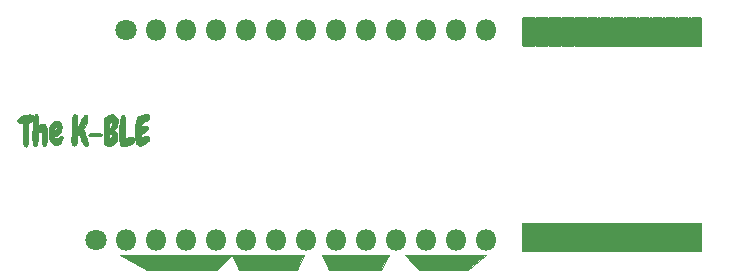
<source format=gbr>
G04 #@! TF.GenerationSoftware,KiCad,Pcbnew,(5.1.9-0-10_14)*
G04 #@! TF.CreationDate,2022-01-02T12:30:46-07:00*
G04 #@! TF.ProjectId,MS88SF2_01,4d533838-5346-4325-9f30-312e6b696361,rev?*
G04 #@! TF.SameCoordinates,Original*
G04 #@! TF.FileFunction,Soldermask,Top*
G04 #@! TF.FilePolarity,Negative*
%FSLAX46Y46*%
G04 Gerber Fmt 4.6, Leading zero omitted, Abs format (unit mm)*
G04 Created by KiCad (PCBNEW (5.1.9-0-10_14)) date 2022-01-02 12:30:46*
%MOMM*%
%LPD*%
G01*
G04 APERTURE LIST*
%ADD10C,0.100000*%
%ADD11C,0.010000*%
%ADD12C,1.802000*%
%ADD13O,1.802000X1.802000*%
G04 APERTURE END LIST*
D10*
G36*
X142748000Y-86360000D02*
G01*
X137795000Y-86360000D01*
X137191750Y-85090000D01*
X143319500Y-85090000D01*
X142748000Y-86360000D01*
G37*
X142748000Y-86360000D02*
X137795000Y-86360000D01*
X137191750Y-85090000D01*
X143319500Y-85090000D01*
X142748000Y-86360000D01*
G36*
X149860000Y-86360000D02*
G01*
X145415000Y-86360000D01*
X144811750Y-85090000D01*
X150495000Y-85090000D01*
X149860000Y-86360000D01*
G37*
X149860000Y-86360000D02*
X145415000Y-86360000D01*
X144811750Y-85090000D01*
X150495000Y-85090000D01*
X149860000Y-86360000D01*
G36*
X157226000Y-86360000D02*
G01*
X153035000Y-86360000D01*
X151828500Y-85090000D01*
X158750000Y-85090000D01*
X157226000Y-86360000D01*
G37*
X157226000Y-86360000D02*
X153035000Y-86360000D01*
X151828500Y-85090000D01*
X158750000Y-85090000D01*
X157226000Y-86360000D01*
G36*
X135953500Y-86360000D02*
G01*
X130048000Y-86360000D01*
X127698500Y-85090000D01*
X137223500Y-85090000D01*
X135953500Y-86360000D01*
G37*
X135953500Y-86360000D02*
X130048000Y-86360000D01*
X127698500Y-85090000D01*
X137223500Y-85090000D01*
X135953500Y-86360000D01*
D11*
G36*
X125675320Y-74763765D02*
G01*
X125817124Y-74774880D01*
X125947875Y-74793633D01*
X126057809Y-74819207D01*
X126137160Y-74850786D01*
X126147027Y-74856772D01*
X126189187Y-74899661D01*
X126190832Y-74943052D01*
X126153516Y-74982745D01*
X126089834Y-75011234D01*
X126030630Y-75022922D01*
X125938702Y-75032845D01*
X125823630Y-75040755D01*
X125694997Y-75046405D01*
X125562384Y-75049547D01*
X125435371Y-75049933D01*
X125323541Y-75047315D01*
X125236474Y-75041445D01*
X125191908Y-75034448D01*
X125112639Y-75008134D01*
X125068678Y-74974601D01*
X125053020Y-74927962D01*
X125052667Y-74917368D01*
X125068466Y-74872578D01*
X125118014Y-74835092D01*
X125204533Y-74803036D01*
X125281250Y-74784407D01*
X125397617Y-74767712D01*
X125532229Y-74761104D01*
X125675320Y-74763765D01*
G37*
X125675320Y-74763765D02*
X125817124Y-74774880D01*
X125947875Y-74793633D01*
X126057809Y-74819207D01*
X126137160Y-74850786D01*
X126147027Y-74856772D01*
X126189187Y-74899661D01*
X126190832Y-74943052D01*
X126153516Y-74982745D01*
X126089834Y-75011234D01*
X126030630Y-75022922D01*
X125938702Y-75032845D01*
X125823630Y-75040755D01*
X125694997Y-75046405D01*
X125562384Y-75049547D01*
X125435371Y-75049933D01*
X125323541Y-75047315D01*
X125236474Y-75041445D01*
X125191908Y-75034448D01*
X125112639Y-75008134D01*
X125068678Y-74974601D01*
X125053020Y-74927962D01*
X125052667Y-74917368D01*
X125068466Y-74872578D01*
X125118014Y-74835092D01*
X125204533Y-74803036D01*
X125281250Y-74784407D01*
X125397617Y-74767712D01*
X125532229Y-74761104D01*
X125675320Y-74763765D01*
G36*
X122409661Y-73735600D02*
G01*
X122520899Y-73781607D01*
X122616369Y-73859145D01*
X122692028Y-73964667D01*
X122743835Y-74094625D01*
X122767749Y-74245470D01*
X122768898Y-74290402D01*
X122749669Y-74478638D01*
X122694582Y-74648828D01*
X122606227Y-74797366D01*
X122487192Y-74920648D01*
X122340068Y-75015068D01*
X122212650Y-75064834D01*
X122162198Y-75082151D01*
X122144918Y-75099873D01*
X122153013Y-75129052D01*
X122158888Y-75141026D01*
X122208309Y-75201738D01*
X122275691Y-75237552D01*
X122346261Y-75240714D01*
X122348003Y-75240292D01*
X122391998Y-75220121D01*
X122454064Y-75180654D01*
X122518382Y-75132305D01*
X122604514Y-75067163D01*
X122670214Y-75031687D01*
X122723285Y-75023995D01*
X122771525Y-75042205D01*
X122800730Y-75064209D01*
X122840130Y-75105367D01*
X122856699Y-75150129D01*
X122858302Y-75212372D01*
X122846731Y-75292787D01*
X122822120Y-75379023D01*
X122811860Y-75404715D01*
X122760677Y-75492359D01*
X122685843Y-75586642D01*
X122598969Y-75675272D01*
X122511665Y-75745955D01*
X122461281Y-75775925D01*
X122359276Y-75808084D01*
X122245251Y-75817321D01*
X122138362Y-75802916D01*
X122099917Y-75789517D01*
X122012657Y-75732080D01*
X121926026Y-75640153D01*
X121844985Y-75521357D01*
X121774493Y-75383313D01*
X121719510Y-75233642D01*
X121705865Y-75184000D01*
X121687677Y-75073791D01*
X121679072Y-74935675D01*
X121679694Y-74782895D01*
X121689183Y-74628692D01*
X121700222Y-74541361D01*
X122131667Y-74541361D01*
X122133733Y-74572711D01*
X122147406Y-74581564D01*
X122183893Y-74570493D01*
X122211042Y-74559573D01*
X122279358Y-74521153D01*
X122343259Y-74469131D01*
X122350923Y-74461134D01*
X122390435Y-74409854D01*
X122403027Y-74363191D01*
X122399298Y-74320265D01*
X122384880Y-74266288D01*
X122365545Y-74232522D01*
X122362907Y-74230515D01*
X122315137Y-74223227D01*
X122259773Y-74245321D01*
X122228845Y-74271702D01*
X122196704Y-74322955D01*
X122165289Y-74397358D01*
X122141358Y-74476157D01*
X122131669Y-74540601D01*
X122131667Y-74541361D01*
X121700222Y-74541361D01*
X121707181Y-74486309D01*
X121727350Y-74390250D01*
X121785276Y-74213061D01*
X121858636Y-74056254D01*
X121943918Y-73925056D01*
X122037609Y-73824694D01*
X122136195Y-73760395D01*
X122156046Y-73752375D01*
X122286696Y-73724674D01*
X122409661Y-73735600D01*
G37*
X122409661Y-73735600D02*
X122520899Y-73781607D01*
X122616369Y-73859145D01*
X122692028Y-73964667D01*
X122743835Y-74094625D01*
X122767749Y-74245470D01*
X122768898Y-74290402D01*
X122749669Y-74478638D01*
X122694582Y-74648828D01*
X122606227Y-74797366D01*
X122487192Y-74920648D01*
X122340068Y-75015068D01*
X122212650Y-75064834D01*
X122162198Y-75082151D01*
X122144918Y-75099873D01*
X122153013Y-75129052D01*
X122158888Y-75141026D01*
X122208309Y-75201738D01*
X122275691Y-75237552D01*
X122346261Y-75240714D01*
X122348003Y-75240292D01*
X122391998Y-75220121D01*
X122454064Y-75180654D01*
X122518382Y-75132305D01*
X122604514Y-75067163D01*
X122670214Y-75031687D01*
X122723285Y-75023995D01*
X122771525Y-75042205D01*
X122800730Y-75064209D01*
X122840130Y-75105367D01*
X122856699Y-75150129D01*
X122858302Y-75212372D01*
X122846731Y-75292787D01*
X122822120Y-75379023D01*
X122811860Y-75404715D01*
X122760677Y-75492359D01*
X122685843Y-75586642D01*
X122598969Y-75675272D01*
X122511665Y-75745955D01*
X122461281Y-75775925D01*
X122359276Y-75808084D01*
X122245251Y-75817321D01*
X122138362Y-75802916D01*
X122099917Y-75789517D01*
X122012657Y-75732080D01*
X121926026Y-75640153D01*
X121844985Y-75521357D01*
X121774493Y-75383313D01*
X121719510Y-75233642D01*
X121705865Y-75184000D01*
X121687677Y-75073791D01*
X121679072Y-74935675D01*
X121679694Y-74782895D01*
X121689183Y-74628692D01*
X121700222Y-74541361D01*
X122131667Y-74541361D01*
X122133733Y-74572711D01*
X122147406Y-74581564D01*
X122183893Y-74570493D01*
X122211042Y-74559573D01*
X122279358Y-74521153D01*
X122343259Y-74469131D01*
X122350923Y-74461134D01*
X122390435Y-74409854D01*
X122403027Y-74363191D01*
X122399298Y-74320265D01*
X122384880Y-74266288D01*
X122365545Y-74232522D01*
X122362907Y-74230515D01*
X122315137Y-74223227D01*
X122259773Y-74245321D01*
X122228845Y-74271702D01*
X122196704Y-74322955D01*
X122165289Y-74397358D01*
X122141358Y-74476157D01*
X122131669Y-74540601D01*
X122131667Y-74541361D01*
X121700222Y-74541361D01*
X121707181Y-74486309D01*
X121727350Y-74390250D01*
X121785276Y-74213061D01*
X121858636Y-74056254D01*
X121943918Y-73925056D01*
X122037609Y-73824694D01*
X122136195Y-73760395D01*
X122156046Y-73752375D01*
X122286696Y-73724674D01*
X122409661Y-73735600D01*
G36*
X130044031Y-73163780D02*
G01*
X130082973Y-73190222D01*
X130094030Y-73200224D01*
X130157532Y-73286321D01*
X130187463Y-73388841D01*
X130180647Y-73495091D01*
X130173658Y-73518407D01*
X130139791Y-73579970D01*
X130078130Y-73646499D01*
X129986181Y-73719797D01*
X129861449Y-73801668D01*
X129701439Y-73893918D01*
X129525185Y-73987316D01*
X129521084Y-74007731D01*
X129514370Y-74059224D01*
X129506482Y-74130733D01*
X129506335Y-74132170D01*
X129491717Y-74274849D01*
X129626983Y-74210858D01*
X129757639Y-74161485D01*
X129867457Y-74146007D01*
X129954810Y-74163934D01*
X130018074Y-74214780D01*
X130055623Y-74298055D01*
X130063263Y-74341945D01*
X130060448Y-74443180D01*
X130026219Y-74534774D01*
X129958082Y-74619546D01*
X129853543Y-74700314D01*
X129710105Y-74779897D01*
X129651120Y-74807599D01*
X129572777Y-74844800D01*
X129525089Y-74873783D01*
X129499315Y-74901814D01*
X129486709Y-74936159D01*
X129484723Y-74945875D01*
X129479767Y-75016604D01*
X129485978Y-75090301D01*
X129486019Y-75090519D01*
X129499566Y-75140120D01*
X129518580Y-75155467D01*
X129536000Y-75151322D01*
X129570244Y-75138074D01*
X129634083Y-75114349D01*
X129717254Y-75083936D01*
X129779677Y-75061346D01*
X129893547Y-75023279D01*
X129977366Y-75004433D01*
X130039194Y-75005601D01*
X130087089Y-75027572D01*
X130129112Y-75071136D01*
X130147887Y-75097451D01*
X130184143Y-75180228D01*
X130196462Y-75274893D01*
X130184231Y-75364723D01*
X130159603Y-75417415D01*
X130099319Y-75484850D01*
X130011320Y-75559179D01*
X129904379Y-75635235D01*
X129787266Y-75707852D01*
X129668755Y-75771862D01*
X129557616Y-75822098D01*
X129462621Y-75853394D01*
X129405978Y-75861333D01*
X129362883Y-75850671D01*
X129299824Y-75823016D01*
X129244456Y-75792541D01*
X129176400Y-75746569D01*
X129118564Y-75699141D01*
X129090931Y-75669734D01*
X129067941Y-75628119D01*
X129049054Y-75569142D01*
X129033933Y-75489109D01*
X129022241Y-75384327D01*
X129013641Y-75251103D01*
X129007797Y-75085744D01*
X129004371Y-74884556D01*
X129003185Y-74707750D01*
X129002955Y-74517183D01*
X129003900Y-74362524D01*
X129006307Y-74237354D01*
X129010464Y-74135256D01*
X129016656Y-74049813D01*
X129025170Y-73974608D01*
X129036293Y-73903223D01*
X129040060Y-73882250D01*
X129079700Y-73698510D01*
X129123236Y-73556554D01*
X129170618Y-73456523D01*
X129206904Y-73410709D01*
X129275110Y-73362863D01*
X129375786Y-73313196D01*
X129499377Y-73265014D01*
X129636331Y-73221620D01*
X129777094Y-73186321D01*
X129912115Y-73162422D01*
X129931584Y-73159989D01*
X129999538Y-73155181D01*
X130044031Y-73163780D01*
G37*
X130044031Y-73163780D02*
X130082973Y-73190222D01*
X130094030Y-73200224D01*
X130157532Y-73286321D01*
X130187463Y-73388841D01*
X130180647Y-73495091D01*
X130173658Y-73518407D01*
X130139791Y-73579970D01*
X130078130Y-73646499D01*
X129986181Y-73719797D01*
X129861449Y-73801668D01*
X129701439Y-73893918D01*
X129525185Y-73987316D01*
X129521084Y-74007731D01*
X129514370Y-74059224D01*
X129506482Y-74130733D01*
X129506335Y-74132170D01*
X129491717Y-74274849D01*
X129626983Y-74210858D01*
X129757639Y-74161485D01*
X129867457Y-74146007D01*
X129954810Y-74163934D01*
X130018074Y-74214780D01*
X130055623Y-74298055D01*
X130063263Y-74341945D01*
X130060448Y-74443180D01*
X130026219Y-74534774D01*
X129958082Y-74619546D01*
X129853543Y-74700314D01*
X129710105Y-74779897D01*
X129651120Y-74807599D01*
X129572777Y-74844800D01*
X129525089Y-74873783D01*
X129499315Y-74901814D01*
X129486709Y-74936159D01*
X129484723Y-74945875D01*
X129479767Y-75016604D01*
X129485978Y-75090301D01*
X129486019Y-75090519D01*
X129499566Y-75140120D01*
X129518580Y-75155467D01*
X129536000Y-75151322D01*
X129570244Y-75138074D01*
X129634083Y-75114349D01*
X129717254Y-75083936D01*
X129779677Y-75061346D01*
X129893547Y-75023279D01*
X129977366Y-75004433D01*
X130039194Y-75005601D01*
X130087089Y-75027572D01*
X130129112Y-75071136D01*
X130147887Y-75097451D01*
X130184143Y-75180228D01*
X130196462Y-75274893D01*
X130184231Y-75364723D01*
X130159603Y-75417415D01*
X130099319Y-75484850D01*
X130011320Y-75559179D01*
X129904379Y-75635235D01*
X129787266Y-75707852D01*
X129668755Y-75771862D01*
X129557616Y-75822098D01*
X129462621Y-75853394D01*
X129405978Y-75861333D01*
X129362883Y-75850671D01*
X129299824Y-75823016D01*
X129244456Y-75792541D01*
X129176400Y-75746569D01*
X129118564Y-75699141D01*
X129090931Y-75669734D01*
X129067941Y-75628119D01*
X129049054Y-75569142D01*
X129033933Y-75489109D01*
X129022241Y-75384327D01*
X129013641Y-75251103D01*
X129007797Y-75085744D01*
X129004371Y-74884556D01*
X129003185Y-74707750D01*
X129002955Y-74517183D01*
X129003900Y-74362524D01*
X129006307Y-74237354D01*
X129010464Y-74135256D01*
X129016656Y-74049813D01*
X129025170Y-73974608D01*
X129036293Y-73903223D01*
X129040060Y-73882250D01*
X129079700Y-73698510D01*
X129123236Y-73556554D01*
X129170618Y-73456523D01*
X129206904Y-73410709D01*
X129275110Y-73362863D01*
X129375786Y-73313196D01*
X129499377Y-73265014D01*
X129636331Y-73221620D01*
X129777094Y-73186321D01*
X129912115Y-73162422D01*
X129931584Y-73159989D01*
X129999538Y-73155181D01*
X130044031Y-73163780D01*
G36*
X127190142Y-73234628D02*
G01*
X127311476Y-73298683D01*
X127411165Y-73392801D01*
X127482626Y-73513240D01*
X127494526Y-73544708D01*
X127527214Y-73701366D01*
X127526825Y-73871351D01*
X127495587Y-74044628D01*
X127435727Y-74211163D01*
X127349472Y-74360920D01*
X127299379Y-74423864D01*
X127218826Y-74514636D01*
X127305205Y-74579599D01*
X127393532Y-74666161D01*
X127454843Y-74775052D01*
X127491435Y-74911558D01*
X127504159Y-75037685D01*
X127495695Y-75228555D01*
X127451582Y-75397487D01*
X127372629Y-75543202D01*
X127259645Y-75664422D01*
X127113438Y-75759867D01*
X127022180Y-75799782D01*
X126884877Y-75837523D01*
X126739871Y-75853756D01*
X126602219Y-75847755D01*
X126502584Y-75824752D01*
X126466262Y-75811138D01*
X126435708Y-75795831D01*
X126410412Y-75775280D01*
X126389867Y-75745933D01*
X126373566Y-75704238D01*
X126361000Y-75646644D01*
X126351663Y-75569599D01*
X126345045Y-75469550D01*
X126340641Y-75342946D01*
X126337941Y-75186235D01*
X126337607Y-75143870D01*
X126790595Y-75143870D01*
X126799134Y-75201563D01*
X126825289Y-75223354D01*
X126870958Y-75211296D01*
X126920026Y-75180658D01*
X126967855Y-75133235D01*
X127010667Y-75068519D01*
X127041581Y-75000211D01*
X127053714Y-74942011D01*
X127050531Y-74920831D01*
X127014185Y-74876190D01*
X126959338Y-74855233D01*
X126922159Y-74859209D01*
X126859390Y-74894487D01*
X126820251Y-74951855D01*
X126798805Y-75040334D01*
X126797776Y-75048218D01*
X126790595Y-75143870D01*
X126337607Y-75143870D01*
X126336438Y-74995866D01*
X126335625Y-74768286D01*
X126335353Y-74654833D01*
X126335013Y-74404874D01*
X126335318Y-74240010D01*
X126794742Y-74240010D01*
X126796967Y-74314992D01*
X126809734Y-74352624D01*
X126834891Y-74355118D01*
X126874287Y-74324689D01*
X126923119Y-74271365D01*
X126980995Y-74188129D01*
X127028104Y-74091640D01*
X127057379Y-73998263D01*
X127063500Y-73946212D01*
X127047446Y-73888548D01*
X127005508Y-73856967D01*
X126947023Y-73854069D01*
X126881328Y-73882450D01*
X126868377Y-73891926D01*
X126842638Y-73916449D01*
X126825508Y-73947931D01*
X126814099Y-73996406D01*
X126805525Y-74071908D01*
X126801209Y-74125464D01*
X126794742Y-74240010D01*
X126335318Y-74240010D01*
X126335404Y-74193670D01*
X126336787Y-74017641D01*
X126339426Y-73873212D01*
X126343581Y-73756804D01*
X126349515Y-73664841D01*
X126357489Y-73593746D01*
X126367767Y-73539941D01*
X126380610Y-73499849D01*
X126396281Y-73469893D01*
X126415040Y-73446495D01*
X126424561Y-73437151D01*
X126493305Y-73386470D01*
X126589469Y-73332260D01*
X126699319Y-73280914D01*
X126809122Y-73238826D01*
X126905143Y-73212391D01*
X126908862Y-73211682D01*
X127053743Y-73204381D01*
X127190142Y-73234628D01*
G37*
X127190142Y-73234628D02*
X127311476Y-73298683D01*
X127411165Y-73392801D01*
X127482626Y-73513240D01*
X127494526Y-73544708D01*
X127527214Y-73701366D01*
X127526825Y-73871351D01*
X127495587Y-74044628D01*
X127435727Y-74211163D01*
X127349472Y-74360920D01*
X127299379Y-74423864D01*
X127218826Y-74514636D01*
X127305205Y-74579599D01*
X127393532Y-74666161D01*
X127454843Y-74775052D01*
X127491435Y-74911558D01*
X127504159Y-75037685D01*
X127495695Y-75228555D01*
X127451582Y-75397487D01*
X127372629Y-75543202D01*
X127259645Y-75664422D01*
X127113438Y-75759867D01*
X127022180Y-75799782D01*
X126884877Y-75837523D01*
X126739871Y-75853756D01*
X126602219Y-75847755D01*
X126502584Y-75824752D01*
X126466262Y-75811138D01*
X126435708Y-75795831D01*
X126410412Y-75775280D01*
X126389867Y-75745933D01*
X126373566Y-75704238D01*
X126361000Y-75646644D01*
X126351663Y-75569599D01*
X126345045Y-75469550D01*
X126340641Y-75342946D01*
X126337941Y-75186235D01*
X126337607Y-75143870D01*
X126790595Y-75143870D01*
X126799134Y-75201563D01*
X126825289Y-75223354D01*
X126870958Y-75211296D01*
X126920026Y-75180658D01*
X126967855Y-75133235D01*
X127010667Y-75068519D01*
X127041581Y-75000211D01*
X127053714Y-74942011D01*
X127050531Y-74920831D01*
X127014185Y-74876190D01*
X126959338Y-74855233D01*
X126922159Y-74859209D01*
X126859390Y-74894487D01*
X126820251Y-74951855D01*
X126798805Y-75040334D01*
X126797776Y-75048218D01*
X126790595Y-75143870D01*
X126337607Y-75143870D01*
X126336438Y-74995866D01*
X126335625Y-74768286D01*
X126335353Y-74654833D01*
X126335013Y-74404874D01*
X126335318Y-74240010D01*
X126794742Y-74240010D01*
X126796967Y-74314992D01*
X126809734Y-74352624D01*
X126834891Y-74355118D01*
X126874287Y-74324689D01*
X126923119Y-74271365D01*
X126980995Y-74188129D01*
X127028104Y-74091640D01*
X127057379Y-73998263D01*
X127063500Y-73946212D01*
X127047446Y-73888548D01*
X127005508Y-73856967D01*
X126947023Y-73854069D01*
X126881328Y-73882450D01*
X126868377Y-73891926D01*
X126842638Y-73916449D01*
X126825508Y-73947931D01*
X126814099Y-73996406D01*
X126805525Y-74071908D01*
X126801209Y-74125464D01*
X126794742Y-74240010D01*
X126335318Y-74240010D01*
X126335404Y-74193670D01*
X126336787Y-74017641D01*
X126339426Y-73873212D01*
X126343581Y-73756804D01*
X126349515Y-73664841D01*
X126357489Y-73593746D01*
X126367767Y-73539941D01*
X126380610Y-73499849D01*
X126396281Y-73469893D01*
X126415040Y-73446495D01*
X126424561Y-73437151D01*
X126493305Y-73386470D01*
X126589469Y-73332260D01*
X126699319Y-73280914D01*
X126809122Y-73238826D01*
X126905143Y-73212391D01*
X126908862Y-73211682D01*
X127053743Y-73204381D01*
X127190142Y-73234628D01*
G36*
X123999866Y-73232469D02*
G01*
X124009203Y-73241958D01*
X124041687Y-73283803D01*
X124066394Y-73332862D01*
X124084252Y-73395126D01*
X124096188Y-73476588D01*
X124103129Y-73583238D01*
X124106002Y-73721070D01*
X124105938Y-73867267D01*
X124103374Y-74275618D01*
X124163510Y-74199946D01*
X124251806Y-74078851D01*
X124332935Y-73944722D01*
X124413531Y-73786105D01*
X124453058Y-73699963D01*
X124525675Y-73545937D01*
X124593670Y-73418405D01*
X124654730Y-73321190D01*
X124706540Y-73258112D01*
X124732651Y-73238013D01*
X124809139Y-73216703D01*
X124883251Y-73229399D01*
X124925667Y-73257833D01*
X124948747Y-73288997D01*
X124961792Y-73332358D01*
X124967290Y-73399492D01*
X124968000Y-73454930D01*
X124951280Y-73643509D01*
X124903336Y-73846571D01*
X124827491Y-74054132D01*
X124727068Y-74256207D01*
X124670089Y-74349899D01*
X124586339Y-74478882D01*
X124722591Y-74799918D01*
X124799154Y-74982890D01*
X124859339Y-75133514D01*
X124904945Y-75257677D01*
X124937769Y-75361264D01*
X124959612Y-75450161D01*
X124972271Y-75530253D01*
X124977545Y-75607425D01*
X124977982Y-75635616D01*
X124977010Y-75721182D01*
X124971560Y-75775573D01*
X124958972Y-75809906D01*
X124936588Y-75835301D01*
X124928614Y-75841991D01*
X124860866Y-75877285D01*
X124788634Y-75873424D01*
X124724584Y-75843031D01*
X124677392Y-75803726D01*
X124628933Y-75741776D01*
X124577189Y-75653408D01*
X124520148Y-75534852D01*
X124455793Y-75382337D01*
X124395029Y-75226333D01*
X124351859Y-75112952D01*
X124313827Y-75013995D01*
X124283466Y-74935978D01*
X124263310Y-74885416D01*
X124256054Y-74868839D01*
X124237028Y-74875249D01*
X124196965Y-74901120D01*
X124178014Y-74915111D01*
X124106541Y-74969625D01*
X124092159Y-75209104D01*
X124076042Y-75399504D01*
X124052289Y-75551241D01*
X124019825Y-75667473D01*
X123977572Y-75751358D01*
X123924453Y-75806054D01*
X123881046Y-75828377D01*
X123801956Y-75835656D01*
X123725847Y-75805567D01*
X123673437Y-75755386D01*
X123641343Y-75693784D01*
X123619627Y-75606875D01*
X123607910Y-75490715D01*
X123605812Y-75341363D01*
X123612954Y-75154875D01*
X123613941Y-75137757D01*
X123619600Y-75031994D01*
X123626189Y-74892679D01*
X123633341Y-74728574D01*
X123640690Y-74548441D01*
X123647869Y-74361042D01*
X123654512Y-74175139D01*
X123655833Y-74136250D01*
X123662172Y-73967197D01*
X123669355Y-73808494D01*
X123677025Y-73665965D01*
X123684822Y-73545439D01*
X123692389Y-73452740D01*
X123699366Y-73393697D01*
X123702443Y-73378879D01*
X123742906Y-73291954D01*
X123800557Y-73230425D01*
X123867718Y-73197716D01*
X123936713Y-73197256D01*
X123999866Y-73232469D01*
G37*
X123999866Y-73232469D02*
X124009203Y-73241958D01*
X124041687Y-73283803D01*
X124066394Y-73332862D01*
X124084252Y-73395126D01*
X124096188Y-73476588D01*
X124103129Y-73583238D01*
X124106002Y-73721070D01*
X124105938Y-73867267D01*
X124103374Y-74275618D01*
X124163510Y-74199946D01*
X124251806Y-74078851D01*
X124332935Y-73944722D01*
X124413531Y-73786105D01*
X124453058Y-73699963D01*
X124525675Y-73545937D01*
X124593670Y-73418405D01*
X124654730Y-73321190D01*
X124706540Y-73258112D01*
X124732651Y-73238013D01*
X124809139Y-73216703D01*
X124883251Y-73229399D01*
X124925667Y-73257833D01*
X124948747Y-73288997D01*
X124961792Y-73332358D01*
X124967290Y-73399492D01*
X124968000Y-73454930D01*
X124951280Y-73643509D01*
X124903336Y-73846571D01*
X124827491Y-74054132D01*
X124727068Y-74256207D01*
X124670089Y-74349899D01*
X124586339Y-74478882D01*
X124722591Y-74799918D01*
X124799154Y-74982890D01*
X124859339Y-75133514D01*
X124904945Y-75257677D01*
X124937769Y-75361264D01*
X124959612Y-75450161D01*
X124972271Y-75530253D01*
X124977545Y-75607425D01*
X124977982Y-75635616D01*
X124977010Y-75721182D01*
X124971560Y-75775573D01*
X124958972Y-75809906D01*
X124936588Y-75835301D01*
X124928614Y-75841991D01*
X124860866Y-75877285D01*
X124788634Y-75873424D01*
X124724584Y-75843031D01*
X124677392Y-75803726D01*
X124628933Y-75741776D01*
X124577189Y-75653408D01*
X124520148Y-75534852D01*
X124455793Y-75382337D01*
X124395029Y-75226333D01*
X124351859Y-75112952D01*
X124313827Y-75013995D01*
X124283466Y-74935978D01*
X124263310Y-74885416D01*
X124256054Y-74868839D01*
X124237028Y-74875249D01*
X124196965Y-74901120D01*
X124178014Y-74915111D01*
X124106541Y-74969625D01*
X124092159Y-75209104D01*
X124076042Y-75399504D01*
X124052289Y-75551241D01*
X124019825Y-75667473D01*
X123977572Y-75751358D01*
X123924453Y-75806054D01*
X123881046Y-75828377D01*
X123801956Y-75835656D01*
X123725847Y-75805567D01*
X123673437Y-75755386D01*
X123641343Y-75693784D01*
X123619627Y-75606875D01*
X123607910Y-75490715D01*
X123605812Y-75341363D01*
X123612954Y-75154875D01*
X123613941Y-75137757D01*
X123619600Y-75031994D01*
X123626189Y-74892679D01*
X123633341Y-74728574D01*
X123640690Y-74548441D01*
X123647869Y-74361042D01*
X123654512Y-74175139D01*
X123655833Y-74136250D01*
X123662172Y-73967197D01*
X123669355Y-73808494D01*
X123677025Y-73665965D01*
X123684822Y-73545439D01*
X123692389Y-73452740D01*
X123699366Y-73393697D01*
X123702443Y-73378879D01*
X123742906Y-73291954D01*
X123800557Y-73230425D01*
X123867718Y-73197716D01*
X123936713Y-73197256D01*
X123999866Y-73232469D01*
G36*
X128029652Y-73280345D02*
G01*
X128083790Y-73356534D01*
X128105730Y-73404162D01*
X128117659Y-73434705D01*
X128127421Y-73464599D01*
X128135232Y-73498247D01*
X128141311Y-73540051D01*
X128145874Y-73594414D01*
X128149139Y-73665740D01*
X128151322Y-73758431D01*
X128152640Y-73876889D01*
X128153312Y-74025518D01*
X128153554Y-74208719D01*
X128153584Y-74374376D01*
X128153837Y-74559616D01*
X128154561Y-74730970D01*
X128155700Y-74883975D01*
X128157198Y-75014166D01*
X128159001Y-75117076D01*
X128161051Y-75188243D01*
X128163295Y-75223201D01*
X128164167Y-75226064D01*
X128187966Y-75219973D01*
X128241585Y-75204066D01*
X128314536Y-75181474D01*
X128333500Y-75175486D01*
X128505789Y-75129709D01*
X128652899Y-75109018D01*
X128772492Y-75113358D01*
X128862230Y-75142674D01*
X128914809Y-75189316D01*
X128940332Y-75255652D01*
X128945536Y-75340315D01*
X128930269Y-75424417D01*
X128916954Y-75456516D01*
X128866096Y-75526841D01*
X128787693Y-75602717D01*
X128693491Y-75673938D01*
X128610643Y-75722748D01*
X128501914Y-75770464D01*
X128377335Y-75813312D01*
X128246864Y-75849042D01*
X128120464Y-75875401D01*
X128008093Y-75890138D01*
X127919712Y-75891001D01*
X127889000Y-75885896D01*
X127818898Y-75860315D01*
X127773926Y-75821506D01*
X127744247Y-75758254D01*
X127729806Y-75704412D01*
X127699596Y-75542981D01*
X127676645Y-75354582D01*
X127660758Y-75145506D01*
X127651739Y-74922043D01*
X127649393Y-74690485D01*
X127653526Y-74457123D01*
X127663941Y-74228248D01*
X127680445Y-74010152D01*
X127702842Y-73809124D01*
X127730937Y-73631457D01*
X127764535Y-73483442D01*
X127802052Y-73374477D01*
X127852896Y-73290357D01*
X127910349Y-73246880D01*
X127970553Y-73243668D01*
X128029652Y-73280345D01*
G37*
X128029652Y-73280345D02*
X128083790Y-73356534D01*
X128105730Y-73404162D01*
X128117659Y-73434705D01*
X128127421Y-73464599D01*
X128135232Y-73498247D01*
X128141311Y-73540051D01*
X128145874Y-73594414D01*
X128149139Y-73665740D01*
X128151322Y-73758431D01*
X128152640Y-73876889D01*
X128153312Y-74025518D01*
X128153554Y-74208719D01*
X128153584Y-74374376D01*
X128153837Y-74559616D01*
X128154561Y-74730970D01*
X128155700Y-74883975D01*
X128157198Y-75014166D01*
X128159001Y-75117076D01*
X128161051Y-75188243D01*
X128163295Y-75223201D01*
X128164167Y-75226064D01*
X128187966Y-75219973D01*
X128241585Y-75204066D01*
X128314536Y-75181474D01*
X128333500Y-75175486D01*
X128505789Y-75129709D01*
X128652899Y-75109018D01*
X128772492Y-75113358D01*
X128862230Y-75142674D01*
X128914809Y-75189316D01*
X128940332Y-75255652D01*
X128945536Y-75340315D01*
X128930269Y-75424417D01*
X128916954Y-75456516D01*
X128866096Y-75526841D01*
X128787693Y-75602717D01*
X128693491Y-75673938D01*
X128610643Y-75722748D01*
X128501914Y-75770464D01*
X128377335Y-75813312D01*
X128246864Y-75849042D01*
X128120464Y-75875401D01*
X128008093Y-75890138D01*
X127919712Y-75891001D01*
X127889000Y-75885896D01*
X127818898Y-75860315D01*
X127773926Y-75821506D01*
X127744247Y-75758254D01*
X127729806Y-75704412D01*
X127699596Y-75542981D01*
X127676645Y-75354582D01*
X127660758Y-75145506D01*
X127651739Y-74922043D01*
X127649393Y-74690485D01*
X127653526Y-74457123D01*
X127663941Y-74228248D01*
X127680445Y-74010152D01*
X127702842Y-73809124D01*
X127730937Y-73631457D01*
X127764535Y-73483442D01*
X127802052Y-73374477D01*
X127852896Y-73290357D01*
X127910349Y-73246880D01*
X127970553Y-73243668D01*
X128029652Y-73280345D01*
G36*
X120685003Y-73182601D02*
G01*
X120733720Y-73246326D01*
X120771277Y-73348139D01*
X120797872Y-73488782D01*
X120813704Y-73668999D01*
X120818966Y-73884264D01*
X120819334Y-74203778D01*
X120901165Y-74125933D01*
X120997210Y-74057169D01*
X121107020Y-74014709D01*
X121216398Y-74003350D01*
X121251517Y-74007528D01*
X121330405Y-74043070D01*
X121400582Y-74115540D01*
X121457937Y-74219787D01*
X121486281Y-74301740D01*
X121506065Y-74398987D01*
X121520689Y-74526029D01*
X121530319Y-74675533D01*
X121535122Y-74840166D01*
X121535266Y-75012596D01*
X121530917Y-75185489D01*
X121522242Y-75351513D01*
X121509409Y-75503335D01*
X121492584Y-75633623D01*
X121471934Y-75735043D01*
X121452357Y-75791333D01*
X121401355Y-75865659D01*
X121340651Y-75899670D01*
X121271807Y-75892691D01*
X121246119Y-75880462D01*
X121212386Y-75855102D01*
X121185440Y-75818232D01*
X121164290Y-75764946D01*
X121147948Y-75690338D01*
X121135422Y-75589502D01*
X121125722Y-75457533D01*
X121117858Y-75289523D01*
X121115836Y-75234945D01*
X121108181Y-75054252D01*
X121098591Y-74912238D01*
X121085706Y-74805252D01*
X121068165Y-74729644D01*
X121044607Y-74681761D01*
X121013671Y-74657955D01*
X120973997Y-74654573D01*
X120924224Y-74667965D01*
X120907031Y-74674744D01*
X120869751Y-74693770D01*
X120840926Y-74719866D01*
X120818907Y-74758822D01*
X120802042Y-74816430D01*
X120788680Y-74898481D01*
X120777169Y-75010766D01*
X120765860Y-75159076D01*
X120764864Y-75173391D01*
X120753800Y-75327282D01*
X120743902Y-75445864D01*
X120734023Y-75536098D01*
X120723014Y-75604946D01*
X120709727Y-75659367D01*
X120693015Y-75706324D01*
X120671728Y-75752778D01*
X120668094Y-75760083D01*
X120613805Y-75837980D01*
X120552596Y-75876427D01*
X120489734Y-75876516D01*
X120430488Y-75839339D01*
X120380124Y-75765987D01*
X120353302Y-75694842D01*
X120334448Y-75601064D01*
X120320329Y-75471367D01*
X120310837Y-75311886D01*
X120305860Y-75128756D01*
X120305287Y-74928113D01*
X120309009Y-74716092D01*
X120316913Y-74498829D01*
X120328890Y-74282459D01*
X120344829Y-74073117D01*
X120364619Y-73876939D01*
X120388149Y-73700060D01*
X120389435Y-73691750D01*
X120402632Y-73607083D01*
X120309358Y-73692290D01*
X120233882Y-73750898D01*
X120144475Y-73806185D01*
X120097003Y-73829851D01*
X119977923Y-73882204D01*
X119962820Y-74030394D01*
X119958972Y-74087187D01*
X119955011Y-74180094D01*
X119951100Y-74302894D01*
X119947401Y-74449369D01*
X119944078Y-74613298D01*
X119941293Y-74788463D01*
X119939812Y-74908833D01*
X119936637Y-75133195D01*
X119932355Y-75325649D01*
X119927052Y-75484037D01*
X119920814Y-75606203D01*
X119913726Y-75689991D01*
X119907252Y-75728865D01*
X119867416Y-75825679D01*
X119812534Y-75890504D01*
X119747411Y-75920425D01*
X119676854Y-75912529D01*
X119638589Y-75891798D01*
X119596632Y-75855043D01*
X119564927Y-75807176D01*
X119541553Y-75741515D01*
X119524588Y-75651374D01*
X119512111Y-75530072D01*
X119505318Y-75428274D01*
X119500591Y-75324504D01*
X119496271Y-75187914D01*
X119492552Y-75028018D01*
X119489629Y-74854329D01*
X119487697Y-74676358D01*
X119486988Y-74533125D01*
X119485834Y-73935166D01*
X119356741Y-73935166D01*
X119240807Y-73924370D01*
X119141903Y-73894345D01*
X119070789Y-73848636D01*
X119060587Y-73837611D01*
X119037995Y-73781399D01*
X119037373Y-73704729D01*
X119057228Y-73622379D01*
X119088678Y-73559569D01*
X119164599Y-73478419D01*
X119276915Y-73403552D01*
X119419873Y-73337321D01*
X119587716Y-73282074D01*
X119774691Y-73240163D01*
X119922317Y-73219079D01*
X120087854Y-73207912D01*
X120217754Y-73215161D01*
X120314834Y-73241537D01*
X120381909Y-73287746D01*
X120417648Y-73343660D01*
X120445101Y-73409939D01*
X120482465Y-73311506D01*
X120518747Y-73227197D01*
X120552644Y-73177872D01*
X120590132Y-73157014D01*
X120624928Y-73156221D01*
X120685003Y-73182601D01*
G37*
X120685003Y-73182601D02*
X120733720Y-73246326D01*
X120771277Y-73348139D01*
X120797872Y-73488782D01*
X120813704Y-73668999D01*
X120818966Y-73884264D01*
X120819334Y-74203778D01*
X120901165Y-74125933D01*
X120997210Y-74057169D01*
X121107020Y-74014709D01*
X121216398Y-74003350D01*
X121251517Y-74007528D01*
X121330405Y-74043070D01*
X121400582Y-74115540D01*
X121457937Y-74219787D01*
X121486281Y-74301740D01*
X121506065Y-74398987D01*
X121520689Y-74526029D01*
X121530319Y-74675533D01*
X121535122Y-74840166D01*
X121535266Y-75012596D01*
X121530917Y-75185489D01*
X121522242Y-75351513D01*
X121509409Y-75503335D01*
X121492584Y-75633623D01*
X121471934Y-75735043D01*
X121452357Y-75791333D01*
X121401355Y-75865659D01*
X121340651Y-75899670D01*
X121271807Y-75892691D01*
X121246119Y-75880462D01*
X121212386Y-75855102D01*
X121185440Y-75818232D01*
X121164290Y-75764946D01*
X121147948Y-75690338D01*
X121135422Y-75589502D01*
X121125722Y-75457533D01*
X121117858Y-75289523D01*
X121115836Y-75234945D01*
X121108181Y-75054252D01*
X121098591Y-74912238D01*
X121085706Y-74805252D01*
X121068165Y-74729644D01*
X121044607Y-74681761D01*
X121013671Y-74657955D01*
X120973997Y-74654573D01*
X120924224Y-74667965D01*
X120907031Y-74674744D01*
X120869751Y-74693770D01*
X120840926Y-74719866D01*
X120818907Y-74758822D01*
X120802042Y-74816430D01*
X120788680Y-74898481D01*
X120777169Y-75010766D01*
X120765860Y-75159076D01*
X120764864Y-75173391D01*
X120753800Y-75327282D01*
X120743902Y-75445864D01*
X120734023Y-75536098D01*
X120723014Y-75604946D01*
X120709727Y-75659367D01*
X120693015Y-75706324D01*
X120671728Y-75752778D01*
X120668094Y-75760083D01*
X120613805Y-75837980D01*
X120552596Y-75876427D01*
X120489734Y-75876516D01*
X120430488Y-75839339D01*
X120380124Y-75765987D01*
X120353302Y-75694842D01*
X120334448Y-75601064D01*
X120320329Y-75471367D01*
X120310837Y-75311886D01*
X120305860Y-75128756D01*
X120305287Y-74928113D01*
X120309009Y-74716092D01*
X120316913Y-74498829D01*
X120328890Y-74282459D01*
X120344829Y-74073117D01*
X120364619Y-73876939D01*
X120388149Y-73700060D01*
X120389435Y-73691750D01*
X120402632Y-73607083D01*
X120309358Y-73692290D01*
X120233882Y-73750898D01*
X120144475Y-73806185D01*
X120097003Y-73829851D01*
X119977923Y-73882204D01*
X119962820Y-74030394D01*
X119958972Y-74087187D01*
X119955011Y-74180094D01*
X119951100Y-74302894D01*
X119947401Y-74449369D01*
X119944078Y-74613298D01*
X119941293Y-74788463D01*
X119939812Y-74908833D01*
X119936637Y-75133195D01*
X119932355Y-75325649D01*
X119927052Y-75484037D01*
X119920814Y-75606203D01*
X119913726Y-75689991D01*
X119907252Y-75728865D01*
X119867416Y-75825679D01*
X119812534Y-75890504D01*
X119747411Y-75920425D01*
X119676854Y-75912529D01*
X119638589Y-75891798D01*
X119596632Y-75855043D01*
X119564927Y-75807176D01*
X119541553Y-75741515D01*
X119524588Y-75651374D01*
X119512111Y-75530072D01*
X119505318Y-75428274D01*
X119500591Y-75324504D01*
X119496271Y-75187914D01*
X119492552Y-75028018D01*
X119489629Y-74854329D01*
X119487697Y-74676358D01*
X119486988Y-74533125D01*
X119485834Y-73935166D01*
X119356741Y-73935166D01*
X119240807Y-73924370D01*
X119141903Y-73894345D01*
X119070789Y-73848636D01*
X119060587Y-73837611D01*
X119037995Y-73781399D01*
X119037373Y-73704729D01*
X119057228Y-73622379D01*
X119088678Y-73559569D01*
X119164599Y-73478419D01*
X119276915Y-73403552D01*
X119419873Y-73337321D01*
X119587716Y-73282074D01*
X119774691Y-73240163D01*
X119922317Y-73219079D01*
X120087854Y-73207912D01*
X120217754Y-73215161D01*
X120314834Y-73241537D01*
X120381909Y-73287746D01*
X120417648Y-73343660D01*
X120445101Y-73409939D01*
X120482465Y-73311506D01*
X120518747Y-73227197D01*
X120552644Y-73177872D01*
X120590132Y-73157014D01*
X120624928Y-73156221D01*
X120685003Y-73182601D01*
D10*
G36*
X142748000Y-86360000D02*
G01*
X137795000Y-86360000D01*
X137191750Y-85090000D01*
X143319500Y-85090000D01*
X142748000Y-86360000D01*
G37*
X142748000Y-86360000D02*
X137795000Y-86360000D01*
X137191750Y-85090000D01*
X143319500Y-85090000D01*
X142748000Y-86360000D01*
G36*
X149860000Y-86360000D02*
G01*
X145415000Y-86360000D01*
X144811750Y-85090000D01*
X150495000Y-85090000D01*
X149860000Y-86360000D01*
G37*
X149860000Y-86360000D02*
X145415000Y-86360000D01*
X144811750Y-85090000D01*
X150495000Y-85090000D01*
X149860000Y-86360000D01*
G36*
X157226000Y-86360000D02*
G01*
X153035000Y-86360000D01*
X151828500Y-85090000D01*
X158750000Y-85090000D01*
X157226000Y-86360000D01*
G37*
X157226000Y-86360000D02*
X153035000Y-86360000D01*
X151828500Y-85090000D01*
X158750000Y-85090000D01*
X157226000Y-86360000D01*
G36*
X135953500Y-86360000D02*
G01*
X130048000Y-86360000D01*
X127698500Y-85090000D01*
X137223500Y-85090000D01*
X135953500Y-86360000D01*
G37*
X135953500Y-86360000D02*
X130048000Y-86360000D01*
X127698500Y-85090000D01*
X137223500Y-85090000D01*
X135953500Y-86360000D01*
D11*
G36*
X125675320Y-74763765D02*
G01*
X125817124Y-74774880D01*
X125947875Y-74793633D01*
X126057809Y-74819207D01*
X126137160Y-74850786D01*
X126147027Y-74856772D01*
X126189187Y-74899661D01*
X126190832Y-74943052D01*
X126153516Y-74982745D01*
X126089834Y-75011234D01*
X126030630Y-75022922D01*
X125938702Y-75032845D01*
X125823630Y-75040755D01*
X125694997Y-75046405D01*
X125562384Y-75049547D01*
X125435371Y-75049933D01*
X125323541Y-75047315D01*
X125236474Y-75041445D01*
X125191908Y-75034448D01*
X125112639Y-75008134D01*
X125068678Y-74974601D01*
X125053020Y-74927962D01*
X125052667Y-74917368D01*
X125068466Y-74872578D01*
X125118014Y-74835092D01*
X125204533Y-74803036D01*
X125281250Y-74784407D01*
X125397617Y-74767712D01*
X125532229Y-74761104D01*
X125675320Y-74763765D01*
G37*
X125675320Y-74763765D02*
X125817124Y-74774880D01*
X125947875Y-74793633D01*
X126057809Y-74819207D01*
X126137160Y-74850786D01*
X126147027Y-74856772D01*
X126189187Y-74899661D01*
X126190832Y-74943052D01*
X126153516Y-74982745D01*
X126089834Y-75011234D01*
X126030630Y-75022922D01*
X125938702Y-75032845D01*
X125823630Y-75040755D01*
X125694997Y-75046405D01*
X125562384Y-75049547D01*
X125435371Y-75049933D01*
X125323541Y-75047315D01*
X125236474Y-75041445D01*
X125191908Y-75034448D01*
X125112639Y-75008134D01*
X125068678Y-74974601D01*
X125053020Y-74927962D01*
X125052667Y-74917368D01*
X125068466Y-74872578D01*
X125118014Y-74835092D01*
X125204533Y-74803036D01*
X125281250Y-74784407D01*
X125397617Y-74767712D01*
X125532229Y-74761104D01*
X125675320Y-74763765D01*
G36*
X122409661Y-73735600D02*
G01*
X122520899Y-73781607D01*
X122616369Y-73859145D01*
X122692028Y-73964667D01*
X122743835Y-74094625D01*
X122767749Y-74245470D01*
X122768898Y-74290402D01*
X122749669Y-74478638D01*
X122694582Y-74648828D01*
X122606227Y-74797366D01*
X122487192Y-74920648D01*
X122340068Y-75015068D01*
X122212650Y-75064834D01*
X122162198Y-75082151D01*
X122144918Y-75099873D01*
X122153013Y-75129052D01*
X122158888Y-75141026D01*
X122208309Y-75201738D01*
X122275691Y-75237552D01*
X122346261Y-75240714D01*
X122348003Y-75240292D01*
X122391998Y-75220121D01*
X122454064Y-75180654D01*
X122518382Y-75132305D01*
X122604514Y-75067163D01*
X122670214Y-75031687D01*
X122723285Y-75023995D01*
X122771525Y-75042205D01*
X122800730Y-75064209D01*
X122840130Y-75105367D01*
X122856699Y-75150129D01*
X122858302Y-75212372D01*
X122846731Y-75292787D01*
X122822120Y-75379023D01*
X122811860Y-75404715D01*
X122760677Y-75492359D01*
X122685843Y-75586642D01*
X122598969Y-75675272D01*
X122511665Y-75745955D01*
X122461281Y-75775925D01*
X122359276Y-75808084D01*
X122245251Y-75817321D01*
X122138362Y-75802916D01*
X122099917Y-75789517D01*
X122012657Y-75732080D01*
X121926026Y-75640153D01*
X121844985Y-75521357D01*
X121774493Y-75383313D01*
X121719510Y-75233642D01*
X121705865Y-75184000D01*
X121687677Y-75073791D01*
X121679072Y-74935675D01*
X121679694Y-74782895D01*
X121689183Y-74628692D01*
X121700222Y-74541361D01*
X122131667Y-74541361D01*
X122133733Y-74572711D01*
X122147406Y-74581564D01*
X122183893Y-74570493D01*
X122211042Y-74559573D01*
X122279358Y-74521153D01*
X122343259Y-74469131D01*
X122350923Y-74461134D01*
X122390435Y-74409854D01*
X122403027Y-74363191D01*
X122399298Y-74320265D01*
X122384880Y-74266288D01*
X122365545Y-74232522D01*
X122362907Y-74230515D01*
X122315137Y-74223227D01*
X122259773Y-74245321D01*
X122228845Y-74271702D01*
X122196704Y-74322955D01*
X122165289Y-74397358D01*
X122141358Y-74476157D01*
X122131669Y-74540601D01*
X122131667Y-74541361D01*
X121700222Y-74541361D01*
X121707181Y-74486309D01*
X121727350Y-74390250D01*
X121785276Y-74213061D01*
X121858636Y-74056254D01*
X121943918Y-73925056D01*
X122037609Y-73824694D01*
X122136195Y-73760395D01*
X122156046Y-73752375D01*
X122286696Y-73724674D01*
X122409661Y-73735600D01*
G37*
X122409661Y-73735600D02*
X122520899Y-73781607D01*
X122616369Y-73859145D01*
X122692028Y-73964667D01*
X122743835Y-74094625D01*
X122767749Y-74245470D01*
X122768898Y-74290402D01*
X122749669Y-74478638D01*
X122694582Y-74648828D01*
X122606227Y-74797366D01*
X122487192Y-74920648D01*
X122340068Y-75015068D01*
X122212650Y-75064834D01*
X122162198Y-75082151D01*
X122144918Y-75099873D01*
X122153013Y-75129052D01*
X122158888Y-75141026D01*
X122208309Y-75201738D01*
X122275691Y-75237552D01*
X122346261Y-75240714D01*
X122348003Y-75240292D01*
X122391998Y-75220121D01*
X122454064Y-75180654D01*
X122518382Y-75132305D01*
X122604514Y-75067163D01*
X122670214Y-75031687D01*
X122723285Y-75023995D01*
X122771525Y-75042205D01*
X122800730Y-75064209D01*
X122840130Y-75105367D01*
X122856699Y-75150129D01*
X122858302Y-75212372D01*
X122846731Y-75292787D01*
X122822120Y-75379023D01*
X122811860Y-75404715D01*
X122760677Y-75492359D01*
X122685843Y-75586642D01*
X122598969Y-75675272D01*
X122511665Y-75745955D01*
X122461281Y-75775925D01*
X122359276Y-75808084D01*
X122245251Y-75817321D01*
X122138362Y-75802916D01*
X122099917Y-75789517D01*
X122012657Y-75732080D01*
X121926026Y-75640153D01*
X121844985Y-75521357D01*
X121774493Y-75383313D01*
X121719510Y-75233642D01*
X121705865Y-75184000D01*
X121687677Y-75073791D01*
X121679072Y-74935675D01*
X121679694Y-74782895D01*
X121689183Y-74628692D01*
X121700222Y-74541361D01*
X122131667Y-74541361D01*
X122133733Y-74572711D01*
X122147406Y-74581564D01*
X122183893Y-74570493D01*
X122211042Y-74559573D01*
X122279358Y-74521153D01*
X122343259Y-74469131D01*
X122350923Y-74461134D01*
X122390435Y-74409854D01*
X122403027Y-74363191D01*
X122399298Y-74320265D01*
X122384880Y-74266288D01*
X122365545Y-74232522D01*
X122362907Y-74230515D01*
X122315137Y-74223227D01*
X122259773Y-74245321D01*
X122228845Y-74271702D01*
X122196704Y-74322955D01*
X122165289Y-74397358D01*
X122141358Y-74476157D01*
X122131669Y-74540601D01*
X122131667Y-74541361D01*
X121700222Y-74541361D01*
X121707181Y-74486309D01*
X121727350Y-74390250D01*
X121785276Y-74213061D01*
X121858636Y-74056254D01*
X121943918Y-73925056D01*
X122037609Y-73824694D01*
X122136195Y-73760395D01*
X122156046Y-73752375D01*
X122286696Y-73724674D01*
X122409661Y-73735600D01*
G36*
X130044031Y-73163780D02*
G01*
X130082973Y-73190222D01*
X130094030Y-73200224D01*
X130157532Y-73286321D01*
X130187463Y-73388841D01*
X130180647Y-73495091D01*
X130173658Y-73518407D01*
X130139791Y-73579970D01*
X130078130Y-73646499D01*
X129986181Y-73719797D01*
X129861449Y-73801668D01*
X129701439Y-73893918D01*
X129525185Y-73987316D01*
X129521084Y-74007731D01*
X129514370Y-74059224D01*
X129506482Y-74130733D01*
X129506335Y-74132170D01*
X129491717Y-74274849D01*
X129626983Y-74210858D01*
X129757639Y-74161485D01*
X129867457Y-74146007D01*
X129954810Y-74163934D01*
X130018074Y-74214780D01*
X130055623Y-74298055D01*
X130063263Y-74341945D01*
X130060448Y-74443180D01*
X130026219Y-74534774D01*
X129958082Y-74619546D01*
X129853543Y-74700314D01*
X129710105Y-74779897D01*
X129651120Y-74807599D01*
X129572777Y-74844800D01*
X129525089Y-74873783D01*
X129499315Y-74901814D01*
X129486709Y-74936159D01*
X129484723Y-74945875D01*
X129479767Y-75016604D01*
X129485978Y-75090301D01*
X129486019Y-75090519D01*
X129499566Y-75140120D01*
X129518580Y-75155467D01*
X129536000Y-75151322D01*
X129570244Y-75138074D01*
X129634083Y-75114349D01*
X129717254Y-75083936D01*
X129779677Y-75061346D01*
X129893547Y-75023279D01*
X129977366Y-75004433D01*
X130039194Y-75005601D01*
X130087089Y-75027572D01*
X130129112Y-75071136D01*
X130147887Y-75097451D01*
X130184143Y-75180228D01*
X130196462Y-75274893D01*
X130184231Y-75364723D01*
X130159603Y-75417415D01*
X130099319Y-75484850D01*
X130011320Y-75559179D01*
X129904379Y-75635235D01*
X129787266Y-75707852D01*
X129668755Y-75771862D01*
X129557616Y-75822098D01*
X129462621Y-75853394D01*
X129405978Y-75861333D01*
X129362883Y-75850671D01*
X129299824Y-75823016D01*
X129244456Y-75792541D01*
X129176400Y-75746569D01*
X129118564Y-75699141D01*
X129090931Y-75669734D01*
X129067941Y-75628119D01*
X129049054Y-75569142D01*
X129033933Y-75489109D01*
X129022241Y-75384327D01*
X129013641Y-75251103D01*
X129007797Y-75085744D01*
X129004371Y-74884556D01*
X129003185Y-74707750D01*
X129002955Y-74517183D01*
X129003900Y-74362524D01*
X129006307Y-74237354D01*
X129010464Y-74135256D01*
X129016656Y-74049813D01*
X129025170Y-73974608D01*
X129036293Y-73903223D01*
X129040060Y-73882250D01*
X129079700Y-73698510D01*
X129123236Y-73556554D01*
X129170618Y-73456523D01*
X129206904Y-73410709D01*
X129275110Y-73362863D01*
X129375786Y-73313196D01*
X129499377Y-73265014D01*
X129636331Y-73221620D01*
X129777094Y-73186321D01*
X129912115Y-73162422D01*
X129931584Y-73159989D01*
X129999538Y-73155181D01*
X130044031Y-73163780D01*
G37*
X130044031Y-73163780D02*
X130082973Y-73190222D01*
X130094030Y-73200224D01*
X130157532Y-73286321D01*
X130187463Y-73388841D01*
X130180647Y-73495091D01*
X130173658Y-73518407D01*
X130139791Y-73579970D01*
X130078130Y-73646499D01*
X129986181Y-73719797D01*
X129861449Y-73801668D01*
X129701439Y-73893918D01*
X129525185Y-73987316D01*
X129521084Y-74007731D01*
X129514370Y-74059224D01*
X129506482Y-74130733D01*
X129506335Y-74132170D01*
X129491717Y-74274849D01*
X129626983Y-74210858D01*
X129757639Y-74161485D01*
X129867457Y-74146007D01*
X129954810Y-74163934D01*
X130018074Y-74214780D01*
X130055623Y-74298055D01*
X130063263Y-74341945D01*
X130060448Y-74443180D01*
X130026219Y-74534774D01*
X129958082Y-74619546D01*
X129853543Y-74700314D01*
X129710105Y-74779897D01*
X129651120Y-74807599D01*
X129572777Y-74844800D01*
X129525089Y-74873783D01*
X129499315Y-74901814D01*
X129486709Y-74936159D01*
X129484723Y-74945875D01*
X129479767Y-75016604D01*
X129485978Y-75090301D01*
X129486019Y-75090519D01*
X129499566Y-75140120D01*
X129518580Y-75155467D01*
X129536000Y-75151322D01*
X129570244Y-75138074D01*
X129634083Y-75114349D01*
X129717254Y-75083936D01*
X129779677Y-75061346D01*
X129893547Y-75023279D01*
X129977366Y-75004433D01*
X130039194Y-75005601D01*
X130087089Y-75027572D01*
X130129112Y-75071136D01*
X130147887Y-75097451D01*
X130184143Y-75180228D01*
X130196462Y-75274893D01*
X130184231Y-75364723D01*
X130159603Y-75417415D01*
X130099319Y-75484850D01*
X130011320Y-75559179D01*
X129904379Y-75635235D01*
X129787266Y-75707852D01*
X129668755Y-75771862D01*
X129557616Y-75822098D01*
X129462621Y-75853394D01*
X129405978Y-75861333D01*
X129362883Y-75850671D01*
X129299824Y-75823016D01*
X129244456Y-75792541D01*
X129176400Y-75746569D01*
X129118564Y-75699141D01*
X129090931Y-75669734D01*
X129067941Y-75628119D01*
X129049054Y-75569142D01*
X129033933Y-75489109D01*
X129022241Y-75384327D01*
X129013641Y-75251103D01*
X129007797Y-75085744D01*
X129004371Y-74884556D01*
X129003185Y-74707750D01*
X129002955Y-74517183D01*
X129003900Y-74362524D01*
X129006307Y-74237354D01*
X129010464Y-74135256D01*
X129016656Y-74049813D01*
X129025170Y-73974608D01*
X129036293Y-73903223D01*
X129040060Y-73882250D01*
X129079700Y-73698510D01*
X129123236Y-73556554D01*
X129170618Y-73456523D01*
X129206904Y-73410709D01*
X129275110Y-73362863D01*
X129375786Y-73313196D01*
X129499377Y-73265014D01*
X129636331Y-73221620D01*
X129777094Y-73186321D01*
X129912115Y-73162422D01*
X129931584Y-73159989D01*
X129999538Y-73155181D01*
X130044031Y-73163780D01*
G36*
X127190142Y-73234628D02*
G01*
X127311476Y-73298683D01*
X127411165Y-73392801D01*
X127482626Y-73513240D01*
X127494526Y-73544708D01*
X127527214Y-73701366D01*
X127526825Y-73871351D01*
X127495587Y-74044628D01*
X127435727Y-74211163D01*
X127349472Y-74360920D01*
X127299379Y-74423864D01*
X127218826Y-74514636D01*
X127305205Y-74579599D01*
X127393532Y-74666161D01*
X127454843Y-74775052D01*
X127491435Y-74911558D01*
X127504159Y-75037685D01*
X127495695Y-75228555D01*
X127451582Y-75397487D01*
X127372629Y-75543202D01*
X127259645Y-75664422D01*
X127113438Y-75759867D01*
X127022180Y-75799782D01*
X126884877Y-75837523D01*
X126739871Y-75853756D01*
X126602219Y-75847755D01*
X126502584Y-75824752D01*
X126466262Y-75811138D01*
X126435708Y-75795831D01*
X126410412Y-75775280D01*
X126389867Y-75745933D01*
X126373566Y-75704238D01*
X126361000Y-75646644D01*
X126351663Y-75569599D01*
X126345045Y-75469550D01*
X126340641Y-75342946D01*
X126337941Y-75186235D01*
X126337607Y-75143870D01*
X126790595Y-75143870D01*
X126799134Y-75201563D01*
X126825289Y-75223354D01*
X126870958Y-75211296D01*
X126920026Y-75180658D01*
X126967855Y-75133235D01*
X127010667Y-75068519D01*
X127041581Y-75000211D01*
X127053714Y-74942011D01*
X127050531Y-74920831D01*
X127014185Y-74876190D01*
X126959338Y-74855233D01*
X126922159Y-74859209D01*
X126859390Y-74894487D01*
X126820251Y-74951855D01*
X126798805Y-75040334D01*
X126797776Y-75048218D01*
X126790595Y-75143870D01*
X126337607Y-75143870D01*
X126336438Y-74995866D01*
X126335625Y-74768286D01*
X126335353Y-74654833D01*
X126335013Y-74404874D01*
X126335318Y-74240010D01*
X126794742Y-74240010D01*
X126796967Y-74314992D01*
X126809734Y-74352624D01*
X126834891Y-74355118D01*
X126874287Y-74324689D01*
X126923119Y-74271365D01*
X126980995Y-74188129D01*
X127028104Y-74091640D01*
X127057379Y-73998263D01*
X127063500Y-73946212D01*
X127047446Y-73888548D01*
X127005508Y-73856967D01*
X126947023Y-73854069D01*
X126881328Y-73882450D01*
X126868377Y-73891926D01*
X126842638Y-73916449D01*
X126825508Y-73947931D01*
X126814099Y-73996406D01*
X126805525Y-74071908D01*
X126801209Y-74125464D01*
X126794742Y-74240010D01*
X126335318Y-74240010D01*
X126335404Y-74193670D01*
X126336787Y-74017641D01*
X126339426Y-73873212D01*
X126343581Y-73756804D01*
X126349515Y-73664841D01*
X126357489Y-73593746D01*
X126367767Y-73539941D01*
X126380610Y-73499849D01*
X126396281Y-73469893D01*
X126415040Y-73446495D01*
X126424561Y-73437151D01*
X126493305Y-73386470D01*
X126589469Y-73332260D01*
X126699319Y-73280914D01*
X126809122Y-73238826D01*
X126905143Y-73212391D01*
X126908862Y-73211682D01*
X127053743Y-73204381D01*
X127190142Y-73234628D01*
G37*
X127190142Y-73234628D02*
X127311476Y-73298683D01*
X127411165Y-73392801D01*
X127482626Y-73513240D01*
X127494526Y-73544708D01*
X127527214Y-73701366D01*
X127526825Y-73871351D01*
X127495587Y-74044628D01*
X127435727Y-74211163D01*
X127349472Y-74360920D01*
X127299379Y-74423864D01*
X127218826Y-74514636D01*
X127305205Y-74579599D01*
X127393532Y-74666161D01*
X127454843Y-74775052D01*
X127491435Y-74911558D01*
X127504159Y-75037685D01*
X127495695Y-75228555D01*
X127451582Y-75397487D01*
X127372629Y-75543202D01*
X127259645Y-75664422D01*
X127113438Y-75759867D01*
X127022180Y-75799782D01*
X126884877Y-75837523D01*
X126739871Y-75853756D01*
X126602219Y-75847755D01*
X126502584Y-75824752D01*
X126466262Y-75811138D01*
X126435708Y-75795831D01*
X126410412Y-75775280D01*
X126389867Y-75745933D01*
X126373566Y-75704238D01*
X126361000Y-75646644D01*
X126351663Y-75569599D01*
X126345045Y-75469550D01*
X126340641Y-75342946D01*
X126337941Y-75186235D01*
X126337607Y-75143870D01*
X126790595Y-75143870D01*
X126799134Y-75201563D01*
X126825289Y-75223354D01*
X126870958Y-75211296D01*
X126920026Y-75180658D01*
X126967855Y-75133235D01*
X127010667Y-75068519D01*
X127041581Y-75000211D01*
X127053714Y-74942011D01*
X127050531Y-74920831D01*
X127014185Y-74876190D01*
X126959338Y-74855233D01*
X126922159Y-74859209D01*
X126859390Y-74894487D01*
X126820251Y-74951855D01*
X126798805Y-75040334D01*
X126797776Y-75048218D01*
X126790595Y-75143870D01*
X126337607Y-75143870D01*
X126336438Y-74995866D01*
X126335625Y-74768286D01*
X126335353Y-74654833D01*
X126335013Y-74404874D01*
X126335318Y-74240010D01*
X126794742Y-74240010D01*
X126796967Y-74314992D01*
X126809734Y-74352624D01*
X126834891Y-74355118D01*
X126874287Y-74324689D01*
X126923119Y-74271365D01*
X126980995Y-74188129D01*
X127028104Y-74091640D01*
X127057379Y-73998263D01*
X127063500Y-73946212D01*
X127047446Y-73888548D01*
X127005508Y-73856967D01*
X126947023Y-73854069D01*
X126881328Y-73882450D01*
X126868377Y-73891926D01*
X126842638Y-73916449D01*
X126825508Y-73947931D01*
X126814099Y-73996406D01*
X126805525Y-74071908D01*
X126801209Y-74125464D01*
X126794742Y-74240010D01*
X126335318Y-74240010D01*
X126335404Y-74193670D01*
X126336787Y-74017641D01*
X126339426Y-73873212D01*
X126343581Y-73756804D01*
X126349515Y-73664841D01*
X126357489Y-73593746D01*
X126367767Y-73539941D01*
X126380610Y-73499849D01*
X126396281Y-73469893D01*
X126415040Y-73446495D01*
X126424561Y-73437151D01*
X126493305Y-73386470D01*
X126589469Y-73332260D01*
X126699319Y-73280914D01*
X126809122Y-73238826D01*
X126905143Y-73212391D01*
X126908862Y-73211682D01*
X127053743Y-73204381D01*
X127190142Y-73234628D01*
G36*
X123999866Y-73232469D02*
G01*
X124009203Y-73241958D01*
X124041687Y-73283803D01*
X124066394Y-73332862D01*
X124084252Y-73395126D01*
X124096188Y-73476588D01*
X124103129Y-73583238D01*
X124106002Y-73721070D01*
X124105938Y-73867267D01*
X124103374Y-74275618D01*
X124163510Y-74199946D01*
X124251806Y-74078851D01*
X124332935Y-73944722D01*
X124413531Y-73786105D01*
X124453058Y-73699963D01*
X124525675Y-73545937D01*
X124593670Y-73418405D01*
X124654730Y-73321190D01*
X124706540Y-73258112D01*
X124732651Y-73238013D01*
X124809139Y-73216703D01*
X124883251Y-73229399D01*
X124925667Y-73257833D01*
X124948747Y-73288997D01*
X124961792Y-73332358D01*
X124967290Y-73399492D01*
X124968000Y-73454930D01*
X124951280Y-73643509D01*
X124903336Y-73846571D01*
X124827491Y-74054132D01*
X124727068Y-74256207D01*
X124670089Y-74349899D01*
X124586339Y-74478882D01*
X124722591Y-74799918D01*
X124799154Y-74982890D01*
X124859339Y-75133514D01*
X124904945Y-75257677D01*
X124937769Y-75361264D01*
X124959612Y-75450161D01*
X124972271Y-75530253D01*
X124977545Y-75607425D01*
X124977982Y-75635616D01*
X124977010Y-75721182D01*
X124971560Y-75775573D01*
X124958972Y-75809906D01*
X124936588Y-75835301D01*
X124928614Y-75841991D01*
X124860866Y-75877285D01*
X124788634Y-75873424D01*
X124724584Y-75843031D01*
X124677392Y-75803726D01*
X124628933Y-75741776D01*
X124577189Y-75653408D01*
X124520148Y-75534852D01*
X124455793Y-75382337D01*
X124395029Y-75226333D01*
X124351859Y-75112952D01*
X124313827Y-75013995D01*
X124283466Y-74935978D01*
X124263310Y-74885416D01*
X124256054Y-74868839D01*
X124237028Y-74875249D01*
X124196965Y-74901120D01*
X124178014Y-74915111D01*
X124106541Y-74969625D01*
X124092159Y-75209104D01*
X124076042Y-75399504D01*
X124052289Y-75551241D01*
X124019825Y-75667473D01*
X123977572Y-75751358D01*
X123924453Y-75806054D01*
X123881046Y-75828377D01*
X123801956Y-75835656D01*
X123725847Y-75805567D01*
X123673437Y-75755386D01*
X123641343Y-75693784D01*
X123619627Y-75606875D01*
X123607910Y-75490715D01*
X123605812Y-75341363D01*
X123612954Y-75154875D01*
X123613941Y-75137757D01*
X123619600Y-75031994D01*
X123626189Y-74892679D01*
X123633341Y-74728574D01*
X123640690Y-74548441D01*
X123647869Y-74361042D01*
X123654512Y-74175139D01*
X123655833Y-74136250D01*
X123662172Y-73967197D01*
X123669355Y-73808494D01*
X123677025Y-73665965D01*
X123684822Y-73545439D01*
X123692389Y-73452740D01*
X123699366Y-73393697D01*
X123702443Y-73378879D01*
X123742906Y-73291954D01*
X123800557Y-73230425D01*
X123867718Y-73197716D01*
X123936713Y-73197256D01*
X123999866Y-73232469D01*
G37*
X123999866Y-73232469D02*
X124009203Y-73241958D01*
X124041687Y-73283803D01*
X124066394Y-73332862D01*
X124084252Y-73395126D01*
X124096188Y-73476588D01*
X124103129Y-73583238D01*
X124106002Y-73721070D01*
X124105938Y-73867267D01*
X124103374Y-74275618D01*
X124163510Y-74199946D01*
X124251806Y-74078851D01*
X124332935Y-73944722D01*
X124413531Y-73786105D01*
X124453058Y-73699963D01*
X124525675Y-73545937D01*
X124593670Y-73418405D01*
X124654730Y-73321190D01*
X124706540Y-73258112D01*
X124732651Y-73238013D01*
X124809139Y-73216703D01*
X124883251Y-73229399D01*
X124925667Y-73257833D01*
X124948747Y-73288997D01*
X124961792Y-73332358D01*
X124967290Y-73399492D01*
X124968000Y-73454930D01*
X124951280Y-73643509D01*
X124903336Y-73846571D01*
X124827491Y-74054132D01*
X124727068Y-74256207D01*
X124670089Y-74349899D01*
X124586339Y-74478882D01*
X124722591Y-74799918D01*
X124799154Y-74982890D01*
X124859339Y-75133514D01*
X124904945Y-75257677D01*
X124937769Y-75361264D01*
X124959612Y-75450161D01*
X124972271Y-75530253D01*
X124977545Y-75607425D01*
X124977982Y-75635616D01*
X124977010Y-75721182D01*
X124971560Y-75775573D01*
X124958972Y-75809906D01*
X124936588Y-75835301D01*
X124928614Y-75841991D01*
X124860866Y-75877285D01*
X124788634Y-75873424D01*
X124724584Y-75843031D01*
X124677392Y-75803726D01*
X124628933Y-75741776D01*
X124577189Y-75653408D01*
X124520148Y-75534852D01*
X124455793Y-75382337D01*
X124395029Y-75226333D01*
X124351859Y-75112952D01*
X124313827Y-75013995D01*
X124283466Y-74935978D01*
X124263310Y-74885416D01*
X124256054Y-74868839D01*
X124237028Y-74875249D01*
X124196965Y-74901120D01*
X124178014Y-74915111D01*
X124106541Y-74969625D01*
X124092159Y-75209104D01*
X124076042Y-75399504D01*
X124052289Y-75551241D01*
X124019825Y-75667473D01*
X123977572Y-75751358D01*
X123924453Y-75806054D01*
X123881046Y-75828377D01*
X123801956Y-75835656D01*
X123725847Y-75805567D01*
X123673437Y-75755386D01*
X123641343Y-75693784D01*
X123619627Y-75606875D01*
X123607910Y-75490715D01*
X123605812Y-75341363D01*
X123612954Y-75154875D01*
X123613941Y-75137757D01*
X123619600Y-75031994D01*
X123626189Y-74892679D01*
X123633341Y-74728574D01*
X123640690Y-74548441D01*
X123647869Y-74361042D01*
X123654512Y-74175139D01*
X123655833Y-74136250D01*
X123662172Y-73967197D01*
X123669355Y-73808494D01*
X123677025Y-73665965D01*
X123684822Y-73545439D01*
X123692389Y-73452740D01*
X123699366Y-73393697D01*
X123702443Y-73378879D01*
X123742906Y-73291954D01*
X123800557Y-73230425D01*
X123867718Y-73197716D01*
X123936713Y-73197256D01*
X123999866Y-73232469D01*
G36*
X128029652Y-73280345D02*
G01*
X128083790Y-73356534D01*
X128105730Y-73404162D01*
X128117659Y-73434705D01*
X128127421Y-73464599D01*
X128135232Y-73498247D01*
X128141311Y-73540051D01*
X128145874Y-73594414D01*
X128149139Y-73665740D01*
X128151322Y-73758431D01*
X128152640Y-73876889D01*
X128153312Y-74025518D01*
X128153554Y-74208719D01*
X128153584Y-74374376D01*
X128153837Y-74559616D01*
X128154561Y-74730970D01*
X128155700Y-74883975D01*
X128157198Y-75014166D01*
X128159001Y-75117076D01*
X128161051Y-75188243D01*
X128163295Y-75223201D01*
X128164167Y-75226064D01*
X128187966Y-75219973D01*
X128241585Y-75204066D01*
X128314536Y-75181474D01*
X128333500Y-75175486D01*
X128505789Y-75129709D01*
X128652899Y-75109018D01*
X128772492Y-75113358D01*
X128862230Y-75142674D01*
X128914809Y-75189316D01*
X128940332Y-75255652D01*
X128945536Y-75340315D01*
X128930269Y-75424417D01*
X128916954Y-75456516D01*
X128866096Y-75526841D01*
X128787693Y-75602717D01*
X128693491Y-75673938D01*
X128610643Y-75722748D01*
X128501914Y-75770464D01*
X128377335Y-75813312D01*
X128246864Y-75849042D01*
X128120464Y-75875401D01*
X128008093Y-75890138D01*
X127919712Y-75891001D01*
X127889000Y-75885896D01*
X127818898Y-75860315D01*
X127773926Y-75821506D01*
X127744247Y-75758254D01*
X127729806Y-75704412D01*
X127699596Y-75542981D01*
X127676645Y-75354582D01*
X127660758Y-75145506D01*
X127651739Y-74922043D01*
X127649393Y-74690485D01*
X127653526Y-74457123D01*
X127663941Y-74228248D01*
X127680445Y-74010152D01*
X127702842Y-73809124D01*
X127730937Y-73631457D01*
X127764535Y-73483442D01*
X127802052Y-73374477D01*
X127852896Y-73290357D01*
X127910349Y-73246880D01*
X127970553Y-73243668D01*
X128029652Y-73280345D01*
G37*
X128029652Y-73280345D02*
X128083790Y-73356534D01*
X128105730Y-73404162D01*
X128117659Y-73434705D01*
X128127421Y-73464599D01*
X128135232Y-73498247D01*
X128141311Y-73540051D01*
X128145874Y-73594414D01*
X128149139Y-73665740D01*
X128151322Y-73758431D01*
X128152640Y-73876889D01*
X128153312Y-74025518D01*
X128153554Y-74208719D01*
X128153584Y-74374376D01*
X128153837Y-74559616D01*
X128154561Y-74730970D01*
X128155700Y-74883975D01*
X128157198Y-75014166D01*
X128159001Y-75117076D01*
X128161051Y-75188243D01*
X128163295Y-75223201D01*
X128164167Y-75226064D01*
X128187966Y-75219973D01*
X128241585Y-75204066D01*
X128314536Y-75181474D01*
X128333500Y-75175486D01*
X128505789Y-75129709D01*
X128652899Y-75109018D01*
X128772492Y-75113358D01*
X128862230Y-75142674D01*
X128914809Y-75189316D01*
X128940332Y-75255652D01*
X128945536Y-75340315D01*
X128930269Y-75424417D01*
X128916954Y-75456516D01*
X128866096Y-75526841D01*
X128787693Y-75602717D01*
X128693491Y-75673938D01*
X128610643Y-75722748D01*
X128501914Y-75770464D01*
X128377335Y-75813312D01*
X128246864Y-75849042D01*
X128120464Y-75875401D01*
X128008093Y-75890138D01*
X127919712Y-75891001D01*
X127889000Y-75885896D01*
X127818898Y-75860315D01*
X127773926Y-75821506D01*
X127744247Y-75758254D01*
X127729806Y-75704412D01*
X127699596Y-75542981D01*
X127676645Y-75354582D01*
X127660758Y-75145506D01*
X127651739Y-74922043D01*
X127649393Y-74690485D01*
X127653526Y-74457123D01*
X127663941Y-74228248D01*
X127680445Y-74010152D01*
X127702842Y-73809124D01*
X127730937Y-73631457D01*
X127764535Y-73483442D01*
X127802052Y-73374477D01*
X127852896Y-73290357D01*
X127910349Y-73246880D01*
X127970553Y-73243668D01*
X128029652Y-73280345D01*
G36*
X120685003Y-73182601D02*
G01*
X120733720Y-73246326D01*
X120771277Y-73348139D01*
X120797872Y-73488782D01*
X120813704Y-73668999D01*
X120818966Y-73884264D01*
X120819334Y-74203778D01*
X120901165Y-74125933D01*
X120997210Y-74057169D01*
X121107020Y-74014709D01*
X121216398Y-74003350D01*
X121251517Y-74007528D01*
X121330405Y-74043070D01*
X121400582Y-74115540D01*
X121457937Y-74219787D01*
X121486281Y-74301740D01*
X121506065Y-74398987D01*
X121520689Y-74526029D01*
X121530319Y-74675533D01*
X121535122Y-74840166D01*
X121535266Y-75012596D01*
X121530917Y-75185489D01*
X121522242Y-75351513D01*
X121509409Y-75503335D01*
X121492584Y-75633623D01*
X121471934Y-75735043D01*
X121452357Y-75791333D01*
X121401355Y-75865659D01*
X121340651Y-75899670D01*
X121271807Y-75892691D01*
X121246119Y-75880462D01*
X121212386Y-75855102D01*
X121185440Y-75818232D01*
X121164290Y-75764946D01*
X121147948Y-75690338D01*
X121135422Y-75589502D01*
X121125722Y-75457533D01*
X121117858Y-75289523D01*
X121115836Y-75234945D01*
X121108181Y-75054252D01*
X121098591Y-74912238D01*
X121085706Y-74805252D01*
X121068165Y-74729644D01*
X121044607Y-74681761D01*
X121013671Y-74657955D01*
X120973997Y-74654573D01*
X120924224Y-74667965D01*
X120907031Y-74674744D01*
X120869751Y-74693770D01*
X120840926Y-74719866D01*
X120818907Y-74758822D01*
X120802042Y-74816430D01*
X120788680Y-74898481D01*
X120777169Y-75010766D01*
X120765860Y-75159076D01*
X120764864Y-75173391D01*
X120753800Y-75327282D01*
X120743902Y-75445864D01*
X120734023Y-75536098D01*
X120723014Y-75604946D01*
X120709727Y-75659367D01*
X120693015Y-75706324D01*
X120671728Y-75752778D01*
X120668094Y-75760083D01*
X120613805Y-75837980D01*
X120552596Y-75876427D01*
X120489734Y-75876516D01*
X120430488Y-75839339D01*
X120380124Y-75765987D01*
X120353302Y-75694842D01*
X120334448Y-75601064D01*
X120320329Y-75471367D01*
X120310837Y-75311886D01*
X120305860Y-75128756D01*
X120305287Y-74928113D01*
X120309009Y-74716092D01*
X120316913Y-74498829D01*
X120328890Y-74282459D01*
X120344829Y-74073117D01*
X120364619Y-73876939D01*
X120388149Y-73700060D01*
X120389435Y-73691750D01*
X120402632Y-73607083D01*
X120309358Y-73692290D01*
X120233882Y-73750898D01*
X120144475Y-73806185D01*
X120097003Y-73829851D01*
X119977923Y-73882204D01*
X119962820Y-74030394D01*
X119958972Y-74087187D01*
X119955011Y-74180094D01*
X119951100Y-74302894D01*
X119947401Y-74449369D01*
X119944078Y-74613298D01*
X119941293Y-74788463D01*
X119939812Y-74908833D01*
X119936637Y-75133195D01*
X119932355Y-75325649D01*
X119927052Y-75484037D01*
X119920814Y-75606203D01*
X119913726Y-75689991D01*
X119907252Y-75728865D01*
X119867416Y-75825679D01*
X119812534Y-75890504D01*
X119747411Y-75920425D01*
X119676854Y-75912529D01*
X119638589Y-75891798D01*
X119596632Y-75855043D01*
X119564927Y-75807176D01*
X119541553Y-75741515D01*
X119524588Y-75651374D01*
X119512111Y-75530072D01*
X119505318Y-75428274D01*
X119500591Y-75324504D01*
X119496271Y-75187914D01*
X119492552Y-75028018D01*
X119489629Y-74854329D01*
X119487697Y-74676358D01*
X119486988Y-74533125D01*
X119485834Y-73935166D01*
X119356741Y-73935166D01*
X119240807Y-73924370D01*
X119141903Y-73894345D01*
X119070789Y-73848636D01*
X119060587Y-73837611D01*
X119037995Y-73781399D01*
X119037373Y-73704729D01*
X119057228Y-73622379D01*
X119088678Y-73559569D01*
X119164599Y-73478419D01*
X119276915Y-73403552D01*
X119419873Y-73337321D01*
X119587716Y-73282074D01*
X119774691Y-73240163D01*
X119922317Y-73219079D01*
X120087854Y-73207912D01*
X120217754Y-73215161D01*
X120314834Y-73241537D01*
X120381909Y-73287746D01*
X120417648Y-73343660D01*
X120445101Y-73409939D01*
X120482465Y-73311506D01*
X120518747Y-73227197D01*
X120552644Y-73177872D01*
X120590132Y-73157014D01*
X120624928Y-73156221D01*
X120685003Y-73182601D01*
G37*
X120685003Y-73182601D02*
X120733720Y-73246326D01*
X120771277Y-73348139D01*
X120797872Y-73488782D01*
X120813704Y-73668999D01*
X120818966Y-73884264D01*
X120819334Y-74203778D01*
X120901165Y-74125933D01*
X120997210Y-74057169D01*
X121107020Y-74014709D01*
X121216398Y-74003350D01*
X121251517Y-74007528D01*
X121330405Y-74043070D01*
X121400582Y-74115540D01*
X121457937Y-74219787D01*
X121486281Y-74301740D01*
X121506065Y-74398987D01*
X121520689Y-74526029D01*
X121530319Y-74675533D01*
X121535122Y-74840166D01*
X121535266Y-75012596D01*
X121530917Y-75185489D01*
X121522242Y-75351513D01*
X121509409Y-75503335D01*
X121492584Y-75633623D01*
X121471934Y-75735043D01*
X121452357Y-75791333D01*
X121401355Y-75865659D01*
X121340651Y-75899670D01*
X121271807Y-75892691D01*
X121246119Y-75880462D01*
X121212386Y-75855102D01*
X121185440Y-75818232D01*
X121164290Y-75764946D01*
X121147948Y-75690338D01*
X121135422Y-75589502D01*
X121125722Y-75457533D01*
X121117858Y-75289523D01*
X121115836Y-75234945D01*
X121108181Y-75054252D01*
X121098591Y-74912238D01*
X121085706Y-74805252D01*
X121068165Y-74729644D01*
X121044607Y-74681761D01*
X121013671Y-74657955D01*
X120973997Y-74654573D01*
X120924224Y-74667965D01*
X120907031Y-74674744D01*
X120869751Y-74693770D01*
X120840926Y-74719866D01*
X120818907Y-74758822D01*
X120802042Y-74816430D01*
X120788680Y-74898481D01*
X120777169Y-75010766D01*
X120765860Y-75159076D01*
X120764864Y-75173391D01*
X120753800Y-75327282D01*
X120743902Y-75445864D01*
X120734023Y-75536098D01*
X120723014Y-75604946D01*
X120709727Y-75659367D01*
X120693015Y-75706324D01*
X120671728Y-75752778D01*
X120668094Y-75760083D01*
X120613805Y-75837980D01*
X120552596Y-75876427D01*
X120489734Y-75876516D01*
X120430488Y-75839339D01*
X120380124Y-75765987D01*
X120353302Y-75694842D01*
X120334448Y-75601064D01*
X120320329Y-75471367D01*
X120310837Y-75311886D01*
X120305860Y-75128756D01*
X120305287Y-74928113D01*
X120309009Y-74716092D01*
X120316913Y-74498829D01*
X120328890Y-74282459D01*
X120344829Y-74073117D01*
X120364619Y-73876939D01*
X120388149Y-73700060D01*
X120389435Y-73691750D01*
X120402632Y-73607083D01*
X120309358Y-73692290D01*
X120233882Y-73750898D01*
X120144475Y-73806185D01*
X120097003Y-73829851D01*
X119977923Y-73882204D01*
X119962820Y-74030394D01*
X119958972Y-74087187D01*
X119955011Y-74180094D01*
X119951100Y-74302894D01*
X119947401Y-74449369D01*
X119944078Y-74613298D01*
X119941293Y-74788463D01*
X119939812Y-74908833D01*
X119936637Y-75133195D01*
X119932355Y-75325649D01*
X119927052Y-75484037D01*
X119920814Y-75606203D01*
X119913726Y-75689991D01*
X119907252Y-75728865D01*
X119867416Y-75825679D01*
X119812534Y-75890504D01*
X119747411Y-75920425D01*
X119676854Y-75912529D01*
X119638589Y-75891798D01*
X119596632Y-75855043D01*
X119564927Y-75807176D01*
X119541553Y-75741515D01*
X119524588Y-75651374D01*
X119512111Y-75530072D01*
X119505318Y-75428274D01*
X119500591Y-75324504D01*
X119496271Y-75187914D01*
X119492552Y-75028018D01*
X119489629Y-74854329D01*
X119487697Y-74676358D01*
X119486988Y-74533125D01*
X119485834Y-73935166D01*
X119356741Y-73935166D01*
X119240807Y-73924370D01*
X119141903Y-73894345D01*
X119070789Y-73848636D01*
X119060587Y-73837611D01*
X119037995Y-73781399D01*
X119037373Y-73704729D01*
X119057228Y-73622379D01*
X119088678Y-73559569D01*
X119164599Y-73478419D01*
X119276915Y-73403552D01*
X119419873Y-73337321D01*
X119587716Y-73282074D01*
X119774691Y-73240163D01*
X119922317Y-73219079D01*
X120087854Y-73207912D01*
X120217754Y-73215161D01*
X120314834Y-73241537D01*
X120381909Y-73287746D01*
X120417648Y-73343660D01*
X120445101Y-73409939D01*
X120482465Y-73311506D01*
X120518747Y-73227197D01*
X120552644Y-73177872D01*
X120590132Y-73157014D01*
X120624928Y-73156221D01*
X120685003Y-73182601D01*
D12*
X128270000Y-66040000D03*
D13*
X130810000Y-66040000D03*
X133350000Y-66040000D03*
X135890000Y-66040000D03*
X138430000Y-66040000D03*
X140970000Y-66040000D03*
X143510000Y-66040000D03*
X146050000Y-66040000D03*
X148590000Y-66040000D03*
X151130000Y-66040000D03*
X153670000Y-66040000D03*
X156210000Y-66040000D03*
X158750000Y-66040000D03*
D12*
X125730000Y-83820000D03*
D13*
X128270000Y-83820000D03*
X130810000Y-83820000D03*
X133350000Y-83820000D03*
X135890000Y-83820000D03*
X138430000Y-83820000D03*
X140970000Y-83820000D03*
X143510000Y-83820000D03*
X146050000Y-83820000D03*
X148590000Y-83820000D03*
X151130000Y-83820000D03*
X153670000Y-83820000D03*
X156210000Y-83820000D03*
X158750000Y-83820000D03*
G36*
G01*
X161830000Y-82379000D02*
X162630000Y-82379000D01*
G75*
G02*
X162681000Y-82430000I0J-51000D01*
G01*
X162681000Y-84830000D01*
G75*
G02*
X162630000Y-84881000I-51000J0D01*
G01*
X161830000Y-84881000D01*
G75*
G02*
X161779000Y-84830000I0J51000D01*
G01*
X161779000Y-82430000D01*
G75*
G02*
X161830000Y-82379000I51000J0D01*
G01*
G37*
G36*
G01*
X162930000Y-82379000D02*
X163730000Y-82379000D01*
G75*
G02*
X163781000Y-82430000I0J-51000D01*
G01*
X163781000Y-84830000D01*
G75*
G02*
X163730000Y-84881000I-51000J0D01*
G01*
X162930000Y-84881000D01*
G75*
G02*
X162879000Y-84830000I0J51000D01*
G01*
X162879000Y-82430000D01*
G75*
G02*
X162930000Y-82379000I51000J0D01*
G01*
G37*
G36*
G01*
X164030000Y-82379000D02*
X164830000Y-82379000D01*
G75*
G02*
X164881000Y-82430000I0J-51000D01*
G01*
X164881000Y-84830000D01*
G75*
G02*
X164830000Y-84881000I-51000J0D01*
G01*
X164030000Y-84881000D01*
G75*
G02*
X163979000Y-84830000I0J51000D01*
G01*
X163979000Y-82430000D01*
G75*
G02*
X164030000Y-82379000I51000J0D01*
G01*
G37*
G36*
G01*
X165130000Y-82379000D02*
X165930000Y-82379000D01*
G75*
G02*
X165981000Y-82430000I0J-51000D01*
G01*
X165981000Y-84830000D01*
G75*
G02*
X165930000Y-84881000I-51000J0D01*
G01*
X165130000Y-84881000D01*
G75*
G02*
X165079000Y-84830000I0J51000D01*
G01*
X165079000Y-82430000D01*
G75*
G02*
X165130000Y-82379000I51000J0D01*
G01*
G37*
G36*
G01*
X166230000Y-82379000D02*
X167030000Y-82379000D01*
G75*
G02*
X167081000Y-82430000I0J-51000D01*
G01*
X167081000Y-84830000D01*
G75*
G02*
X167030000Y-84881000I-51000J0D01*
G01*
X166230000Y-84881000D01*
G75*
G02*
X166179000Y-84830000I0J51000D01*
G01*
X166179000Y-82430000D01*
G75*
G02*
X166230000Y-82379000I51000J0D01*
G01*
G37*
G36*
G01*
X167330000Y-82379000D02*
X168130000Y-82379000D01*
G75*
G02*
X168181000Y-82430000I0J-51000D01*
G01*
X168181000Y-84830000D01*
G75*
G02*
X168130000Y-84881000I-51000J0D01*
G01*
X167330000Y-84881000D01*
G75*
G02*
X167279000Y-84830000I0J51000D01*
G01*
X167279000Y-82430000D01*
G75*
G02*
X167330000Y-82379000I51000J0D01*
G01*
G37*
G36*
G01*
X168430000Y-82379000D02*
X169230000Y-82379000D01*
G75*
G02*
X169281000Y-82430000I0J-51000D01*
G01*
X169281000Y-84830000D01*
G75*
G02*
X169230000Y-84881000I-51000J0D01*
G01*
X168430000Y-84881000D01*
G75*
G02*
X168379000Y-84830000I0J51000D01*
G01*
X168379000Y-82430000D01*
G75*
G02*
X168430000Y-82379000I51000J0D01*
G01*
G37*
G36*
G01*
X169530000Y-82379000D02*
X170330000Y-82379000D01*
G75*
G02*
X170381000Y-82430000I0J-51000D01*
G01*
X170381000Y-84830000D01*
G75*
G02*
X170330000Y-84881000I-51000J0D01*
G01*
X169530000Y-84881000D01*
G75*
G02*
X169479000Y-84830000I0J51000D01*
G01*
X169479000Y-82430000D01*
G75*
G02*
X169530000Y-82379000I51000J0D01*
G01*
G37*
G36*
G01*
X170630000Y-82379000D02*
X171430000Y-82379000D01*
G75*
G02*
X171481000Y-82430000I0J-51000D01*
G01*
X171481000Y-84830000D01*
G75*
G02*
X171430000Y-84881000I-51000J0D01*
G01*
X170630000Y-84881000D01*
G75*
G02*
X170579000Y-84830000I0J51000D01*
G01*
X170579000Y-82430000D01*
G75*
G02*
X170630000Y-82379000I51000J0D01*
G01*
G37*
G36*
G01*
X171730000Y-82379000D02*
X172530000Y-82379000D01*
G75*
G02*
X172581000Y-82430000I0J-51000D01*
G01*
X172581000Y-84830000D01*
G75*
G02*
X172530000Y-84881000I-51000J0D01*
G01*
X171730000Y-84881000D01*
G75*
G02*
X171679000Y-84830000I0J51000D01*
G01*
X171679000Y-82430000D01*
G75*
G02*
X171730000Y-82379000I51000J0D01*
G01*
G37*
G36*
G01*
X172830000Y-82379000D02*
X173630000Y-82379000D01*
G75*
G02*
X173681000Y-82430000I0J-51000D01*
G01*
X173681000Y-84830000D01*
G75*
G02*
X173630000Y-84881000I-51000J0D01*
G01*
X172830000Y-84881000D01*
G75*
G02*
X172779000Y-84830000I0J51000D01*
G01*
X172779000Y-82430000D01*
G75*
G02*
X172830000Y-82379000I51000J0D01*
G01*
G37*
G36*
G01*
X173930000Y-82379000D02*
X174730000Y-82379000D01*
G75*
G02*
X174781000Y-82430000I0J-51000D01*
G01*
X174781000Y-84830000D01*
G75*
G02*
X174730000Y-84881000I-51000J0D01*
G01*
X173930000Y-84881000D01*
G75*
G02*
X173879000Y-84830000I0J51000D01*
G01*
X173879000Y-82430000D01*
G75*
G02*
X173930000Y-82379000I51000J0D01*
G01*
G37*
G36*
G01*
X175030000Y-82379000D02*
X175830000Y-82379000D01*
G75*
G02*
X175881000Y-82430000I0J-51000D01*
G01*
X175881000Y-84830000D01*
G75*
G02*
X175830000Y-84881000I-51000J0D01*
G01*
X175030000Y-84881000D01*
G75*
G02*
X174979000Y-84830000I0J51000D01*
G01*
X174979000Y-82430000D01*
G75*
G02*
X175030000Y-82379000I51000J0D01*
G01*
G37*
G36*
G01*
X176130000Y-82379000D02*
X176930000Y-82379000D01*
G75*
G02*
X176981000Y-82430000I0J-51000D01*
G01*
X176981000Y-84830000D01*
G75*
G02*
X176930000Y-84881000I-51000J0D01*
G01*
X176130000Y-84881000D01*
G75*
G02*
X176079000Y-84830000I0J51000D01*
G01*
X176079000Y-82430000D01*
G75*
G02*
X176130000Y-82379000I51000J0D01*
G01*
G37*
G36*
G01*
X161830000Y-64979000D02*
X162630000Y-64979000D01*
G75*
G02*
X162681000Y-65030000I0J-51000D01*
G01*
X162681000Y-67430000D01*
G75*
G02*
X162630000Y-67481000I-51000J0D01*
G01*
X161830000Y-67481000D01*
G75*
G02*
X161779000Y-67430000I0J51000D01*
G01*
X161779000Y-65030000D01*
G75*
G02*
X161830000Y-64979000I51000J0D01*
G01*
G37*
G36*
G01*
X162930000Y-64979000D02*
X163730000Y-64979000D01*
G75*
G02*
X163781000Y-65030000I0J-51000D01*
G01*
X163781000Y-67430000D01*
G75*
G02*
X163730000Y-67481000I-51000J0D01*
G01*
X162930000Y-67481000D01*
G75*
G02*
X162879000Y-67430000I0J51000D01*
G01*
X162879000Y-65030000D01*
G75*
G02*
X162930000Y-64979000I51000J0D01*
G01*
G37*
G36*
G01*
X164030000Y-64979000D02*
X164830000Y-64979000D01*
G75*
G02*
X164881000Y-65030000I0J-51000D01*
G01*
X164881000Y-67430000D01*
G75*
G02*
X164830000Y-67481000I-51000J0D01*
G01*
X164030000Y-67481000D01*
G75*
G02*
X163979000Y-67430000I0J51000D01*
G01*
X163979000Y-65030000D01*
G75*
G02*
X164030000Y-64979000I51000J0D01*
G01*
G37*
G36*
G01*
X165130000Y-64979000D02*
X165930000Y-64979000D01*
G75*
G02*
X165981000Y-65030000I0J-51000D01*
G01*
X165981000Y-67430000D01*
G75*
G02*
X165930000Y-67481000I-51000J0D01*
G01*
X165130000Y-67481000D01*
G75*
G02*
X165079000Y-67430000I0J51000D01*
G01*
X165079000Y-65030000D01*
G75*
G02*
X165130000Y-64979000I51000J0D01*
G01*
G37*
G36*
G01*
X166230000Y-64979000D02*
X167030000Y-64979000D01*
G75*
G02*
X167081000Y-65030000I0J-51000D01*
G01*
X167081000Y-67430000D01*
G75*
G02*
X167030000Y-67481000I-51000J0D01*
G01*
X166230000Y-67481000D01*
G75*
G02*
X166179000Y-67430000I0J51000D01*
G01*
X166179000Y-65030000D01*
G75*
G02*
X166230000Y-64979000I51000J0D01*
G01*
G37*
G36*
G01*
X167330000Y-64979000D02*
X168130000Y-64979000D01*
G75*
G02*
X168181000Y-65030000I0J-51000D01*
G01*
X168181000Y-67430000D01*
G75*
G02*
X168130000Y-67481000I-51000J0D01*
G01*
X167330000Y-67481000D01*
G75*
G02*
X167279000Y-67430000I0J51000D01*
G01*
X167279000Y-65030000D01*
G75*
G02*
X167330000Y-64979000I51000J0D01*
G01*
G37*
G36*
G01*
X168430000Y-64979000D02*
X169230000Y-64979000D01*
G75*
G02*
X169281000Y-65030000I0J-51000D01*
G01*
X169281000Y-67430000D01*
G75*
G02*
X169230000Y-67481000I-51000J0D01*
G01*
X168430000Y-67481000D01*
G75*
G02*
X168379000Y-67430000I0J51000D01*
G01*
X168379000Y-65030000D01*
G75*
G02*
X168430000Y-64979000I51000J0D01*
G01*
G37*
G36*
G01*
X169530000Y-64979000D02*
X170330000Y-64979000D01*
G75*
G02*
X170381000Y-65030000I0J-51000D01*
G01*
X170381000Y-67430000D01*
G75*
G02*
X170330000Y-67481000I-51000J0D01*
G01*
X169530000Y-67481000D01*
G75*
G02*
X169479000Y-67430000I0J51000D01*
G01*
X169479000Y-65030000D01*
G75*
G02*
X169530000Y-64979000I51000J0D01*
G01*
G37*
G36*
G01*
X170630000Y-64979000D02*
X171430000Y-64979000D01*
G75*
G02*
X171481000Y-65030000I0J-51000D01*
G01*
X171481000Y-67430000D01*
G75*
G02*
X171430000Y-67481000I-51000J0D01*
G01*
X170630000Y-67481000D01*
G75*
G02*
X170579000Y-67430000I0J51000D01*
G01*
X170579000Y-65030000D01*
G75*
G02*
X170630000Y-64979000I51000J0D01*
G01*
G37*
G36*
G01*
X171730000Y-64979000D02*
X172530000Y-64979000D01*
G75*
G02*
X172581000Y-65030000I0J-51000D01*
G01*
X172581000Y-67430000D01*
G75*
G02*
X172530000Y-67481000I-51000J0D01*
G01*
X171730000Y-67481000D01*
G75*
G02*
X171679000Y-67430000I0J51000D01*
G01*
X171679000Y-65030000D01*
G75*
G02*
X171730000Y-64979000I51000J0D01*
G01*
G37*
G36*
G01*
X172830000Y-64979000D02*
X173630000Y-64979000D01*
G75*
G02*
X173681000Y-65030000I0J-51000D01*
G01*
X173681000Y-67430000D01*
G75*
G02*
X173630000Y-67481000I-51000J0D01*
G01*
X172830000Y-67481000D01*
G75*
G02*
X172779000Y-67430000I0J51000D01*
G01*
X172779000Y-65030000D01*
G75*
G02*
X172830000Y-64979000I51000J0D01*
G01*
G37*
G36*
G01*
X173930000Y-64979000D02*
X174730000Y-64979000D01*
G75*
G02*
X174781000Y-65030000I0J-51000D01*
G01*
X174781000Y-67430000D01*
G75*
G02*
X174730000Y-67481000I-51000J0D01*
G01*
X173930000Y-67481000D01*
G75*
G02*
X173879000Y-67430000I0J51000D01*
G01*
X173879000Y-65030000D01*
G75*
G02*
X173930000Y-64979000I51000J0D01*
G01*
G37*
G36*
G01*
X175030000Y-64979000D02*
X175830000Y-64979000D01*
G75*
G02*
X175881000Y-65030000I0J-51000D01*
G01*
X175881000Y-67430000D01*
G75*
G02*
X175830000Y-67481000I-51000J0D01*
G01*
X175030000Y-67481000D01*
G75*
G02*
X174979000Y-67430000I0J51000D01*
G01*
X174979000Y-65030000D01*
G75*
G02*
X175030000Y-64979000I51000J0D01*
G01*
G37*
G36*
G01*
X176130000Y-64979000D02*
X176930000Y-64979000D01*
G75*
G02*
X176981000Y-65030000I0J-51000D01*
G01*
X176981000Y-67430000D01*
G75*
G02*
X176930000Y-67481000I-51000J0D01*
G01*
X176130000Y-67481000D01*
G75*
G02*
X176079000Y-67430000I0J51000D01*
G01*
X176079000Y-65030000D01*
G75*
G02*
X176130000Y-64979000I51000J0D01*
G01*
G37*
D10*
G36*
X176080732Y-82378000D02*
G01*
X176081000Y-82379000D01*
X176081000Y-84881000D01*
X176080000Y-84882732D01*
X176079000Y-84883000D01*
X175881000Y-84883000D01*
X175879268Y-84882000D01*
X175879000Y-84881000D01*
X175879000Y-82379000D01*
X175880000Y-82377268D01*
X175881000Y-82377000D01*
X176079000Y-82377000D01*
X176080732Y-82378000D01*
G37*
G36*
X174980732Y-82378000D02*
G01*
X174981000Y-82379000D01*
X174981000Y-84881000D01*
X174980000Y-84882732D01*
X174979000Y-84883000D01*
X174781000Y-84883000D01*
X174779268Y-84882000D01*
X174779000Y-84881000D01*
X174779000Y-82379000D01*
X174780000Y-82377268D01*
X174781000Y-82377000D01*
X174979000Y-82377000D01*
X174980732Y-82378000D01*
G37*
G36*
X173880732Y-82378000D02*
G01*
X173881000Y-82379000D01*
X173881000Y-84881000D01*
X173880000Y-84882732D01*
X173879000Y-84883000D01*
X173681000Y-84883000D01*
X173679268Y-84882000D01*
X173679000Y-84881000D01*
X173679000Y-82379000D01*
X173680000Y-82377268D01*
X173681000Y-82377000D01*
X173879000Y-82377000D01*
X173880732Y-82378000D01*
G37*
G36*
X172780732Y-82378000D02*
G01*
X172781000Y-82379000D01*
X172781000Y-84881000D01*
X172780000Y-84882732D01*
X172779000Y-84883000D01*
X172581000Y-84883000D01*
X172579268Y-84882000D01*
X172579000Y-84881000D01*
X172579000Y-82379000D01*
X172580000Y-82377268D01*
X172581000Y-82377000D01*
X172779000Y-82377000D01*
X172780732Y-82378000D01*
G37*
G36*
X171680732Y-82378000D02*
G01*
X171681000Y-82379000D01*
X171681000Y-84881000D01*
X171680000Y-84882732D01*
X171679000Y-84883000D01*
X171481000Y-84883000D01*
X171479268Y-84882000D01*
X171479000Y-84881000D01*
X171479000Y-82379000D01*
X171480000Y-82377268D01*
X171481000Y-82377000D01*
X171679000Y-82377000D01*
X171680732Y-82378000D01*
G37*
G36*
X170580732Y-82378000D02*
G01*
X170581000Y-82379000D01*
X170581000Y-84881000D01*
X170580000Y-84882732D01*
X170579000Y-84883000D01*
X170381000Y-84883000D01*
X170379268Y-84882000D01*
X170379000Y-84881000D01*
X170379000Y-82379000D01*
X170380000Y-82377268D01*
X170381000Y-82377000D01*
X170579000Y-82377000D01*
X170580732Y-82378000D01*
G37*
G36*
X169480732Y-82378000D02*
G01*
X169481000Y-82379000D01*
X169481000Y-84881000D01*
X169480000Y-84882732D01*
X169479000Y-84883000D01*
X169281000Y-84883000D01*
X169279268Y-84882000D01*
X169279000Y-84881000D01*
X169279000Y-82379000D01*
X169280000Y-82377268D01*
X169281000Y-82377000D01*
X169479000Y-82377000D01*
X169480732Y-82378000D01*
G37*
G36*
X168380732Y-82378000D02*
G01*
X168381000Y-82379000D01*
X168381000Y-84881000D01*
X168380000Y-84882732D01*
X168379000Y-84883000D01*
X168181000Y-84883000D01*
X168179268Y-84882000D01*
X168179000Y-84881000D01*
X168179000Y-82379000D01*
X168180000Y-82377268D01*
X168181000Y-82377000D01*
X168379000Y-82377000D01*
X168380732Y-82378000D01*
G37*
G36*
X167280732Y-82378000D02*
G01*
X167281000Y-82379000D01*
X167281000Y-84881000D01*
X167280000Y-84882732D01*
X167279000Y-84883000D01*
X167081000Y-84883000D01*
X167079268Y-84882000D01*
X167079000Y-84881000D01*
X167079000Y-82379000D01*
X167080000Y-82377268D01*
X167081000Y-82377000D01*
X167279000Y-82377000D01*
X167280732Y-82378000D01*
G37*
G36*
X166180732Y-82378000D02*
G01*
X166181000Y-82379000D01*
X166181000Y-84881000D01*
X166180000Y-84882732D01*
X166179000Y-84883000D01*
X165981000Y-84883000D01*
X165979268Y-84882000D01*
X165979000Y-84881000D01*
X165979000Y-82379000D01*
X165980000Y-82377268D01*
X165981000Y-82377000D01*
X166179000Y-82377000D01*
X166180732Y-82378000D01*
G37*
G36*
X165080732Y-82378000D02*
G01*
X165081000Y-82379000D01*
X165081000Y-84881000D01*
X165080000Y-84882732D01*
X165079000Y-84883000D01*
X164881000Y-84883000D01*
X164879268Y-84882000D01*
X164879000Y-84881000D01*
X164879000Y-82379000D01*
X164880000Y-82377268D01*
X164881000Y-82377000D01*
X165079000Y-82377000D01*
X165080732Y-82378000D01*
G37*
G36*
X163980732Y-82378000D02*
G01*
X163981000Y-82379000D01*
X163981000Y-84881000D01*
X163980000Y-84882732D01*
X163979000Y-84883000D01*
X163781000Y-84883000D01*
X163779268Y-84882000D01*
X163779000Y-84881000D01*
X163779000Y-82379000D01*
X163780000Y-82377268D01*
X163781000Y-82377000D01*
X163979000Y-82377000D01*
X163980732Y-82378000D01*
G37*
G36*
X162880732Y-82378000D02*
G01*
X162881000Y-82379000D01*
X162881000Y-84881000D01*
X162880000Y-84882732D01*
X162879000Y-84883000D01*
X162681000Y-84883000D01*
X162679268Y-84882000D01*
X162679000Y-84881000D01*
X162679000Y-82379000D01*
X162680000Y-82377268D01*
X162681000Y-82377000D01*
X162879000Y-82377000D01*
X162880732Y-82378000D01*
G37*
G36*
X176080732Y-64978000D02*
G01*
X176081000Y-64979000D01*
X176081000Y-67481000D01*
X176080000Y-67482732D01*
X176079000Y-67483000D01*
X175881000Y-67483000D01*
X175879268Y-67482000D01*
X175879000Y-67481000D01*
X175879000Y-64979000D01*
X175880000Y-64977268D01*
X175881000Y-64977000D01*
X176079000Y-64977000D01*
X176080732Y-64978000D01*
G37*
G36*
X174980732Y-64978000D02*
G01*
X174981000Y-64979000D01*
X174981000Y-67481000D01*
X174980000Y-67482732D01*
X174979000Y-67483000D01*
X174781000Y-67483000D01*
X174779268Y-67482000D01*
X174779000Y-67481000D01*
X174779000Y-64979000D01*
X174780000Y-64977268D01*
X174781000Y-64977000D01*
X174979000Y-64977000D01*
X174980732Y-64978000D01*
G37*
G36*
X173880732Y-64978000D02*
G01*
X173881000Y-64979000D01*
X173881000Y-67481000D01*
X173880000Y-67482732D01*
X173879000Y-67483000D01*
X173681000Y-67483000D01*
X173679268Y-67482000D01*
X173679000Y-67481000D01*
X173679000Y-64979000D01*
X173680000Y-64977268D01*
X173681000Y-64977000D01*
X173879000Y-64977000D01*
X173880732Y-64978000D01*
G37*
G36*
X172780732Y-64978000D02*
G01*
X172781000Y-64979000D01*
X172781000Y-67481000D01*
X172780000Y-67482732D01*
X172779000Y-67483000D01*
X172581000Y-67483000D01*
X172579268Y-67482000D01*
X172579000Y-67481000D01*
X172579000Y-64979000D01*
X172580000Y-64977268D01*
X172581000Y-64977000D01*
X172779000Y-64977000D01*
X172780732Y-64978000D01*
G37*
G36*
X171680732Y-64978000D02*
G01*
X171681000Y-64979000D01*
X171681000Y-67481000D01*
X171680000Y-67482732D01*
X171679000Y-67483000D01*
X171481000Y-67483000D01*
X171479268Y-67482000D01*
X171479000Y-67481000D01*
X171479000Y-64979000D01*
X171480000Y-64977268D01*
X171481000Y-64977000D01*
X171679000Y-64977000D01*
X171680732Y-64978000D01*
G37*
G36*
X170580732Y-64978000D02*
G01*
X170581000Y-64979000D01*
X170581000Y-67481000D01*
X170580000Y-67482732D01*
X170579000Y-67483000D01*
X170381000Y-67483000D01*
X170379268Y-67482000D01*
X170379000Y-67481000D01*
X170379000Y-64979000D01*
X170380000Y-64977268D01*
X170381000Y-64977000D01*
X170579000Y-64977000D01*
X170580732Y-64978000D01*
G37*
G36*
X169480732Y-64978000D02*
G01*
X169481000Y-64979000D01*
X169481000Y-67481000D01*
X169480000Y-67482732D01*
X169479000Y-67483000D01*
X169281000Y-67483000D01*
X169279268Y-67482000D01*
X169279000Y-67481000D01*
X169279000Y-64979000D01*
X169280000Y-64977268D01*
X169281000Y-64977000D01*
X169479000Y-64977000D01*
X169480732Y-64978000D01*
G37*
G36*
X168380732Y-64978000D02*
G01*
X168381000Y-64979000D01*
X168381000Y-67481000D01*
X168380000Y-67482732D01*
X168379000Y-67483000D01*
X168181000Y-67483000D01*
X168179268Y-67482000D01*
X168179000Y-67481000D01*
X168179000Y-64979000D01*
X168180000Y-64977268D01*
X168181000Y-64977000D01*
X168379000Y-64977000D01*
X168380732Y-64978000D01*
G37*
G36*
X167280732Y-64978000D02*
G01*
X167281000Y-64979000D01*
X167281000Y-67481000D01*
X167280000Y-67482732D01*
X167279000Y-67483000D01*
X167081000Y-67483000D01*
X167079268Y-67482000D01*
X167079000Y-67481000D01*
X167079000Y-64979000D01*
X167080000Y-64977268D01*
X167081000Y-64977000D01*
X167279000Y-64977000D01*
X167280732Y-64978000D01*
G37*
G36*
X166180732Y-64978000D02*
G01*
X166181000Y-64979000D01*
X166181000Y-67481000D01*
X166180000Y-67482732D01*
X166179000Y-67483000D01*
X165981000Y-67483000D01*
X165979268Y-67482000D01*
X165979000Y-67481000D01*
X165979000Y-64979000D01*
X165980000Y-64977268D01*
X165981000Y-64977000D01*
X166179000Y-64977000D01*
X166180732Y-64978000D01*
G37*
G36*
X165080732Y-64978000D02*
G01*
X165081000Y-64979000D01*
X165081000Y-67481000D01*
X165080000Y-67482732D01*
X165079000Y-67483000D01*
X164881000Y-67483000D01*
X164879268Y-67482000D01*
X164879000Y-67481000D01*
X164879000Y-64979000D01*
X164880000Y-64977268D01*
X164881000Y-64977000D01*
X165079000Y-64977000D01*
X165080732Y-64978000D01*
G37*
G36*
X163980732Y-64978000D02*
G01*
X163981000Y-64979000D01*
X163981000Y-67481000D01*
X163980000Y-67482732D01*
X163979000Y-67483000D01*
X163781000Y-67483000D01*
X163779268Y-67482000D01*
X163779000Y-67481000D01*
X163779000Y-64979000D01*
X163780000Y-64977268D01*
X163781000Y-64977000D01*
X163979000Y-64977000D01*
X163980732Y-64978000D01*
G37*
G36*
X162880732Y-64978000D02*
G01*
X162881000Y-64979000D01*
X162881000Y-67481000D01*
X162880000Y-67482732D01*
X162879000Y-67483000D01*
X162681000Y-67483000D01*
X162679268Y-67482000D01*
X162679000Y-67481000D01*
X162679000Y-64979000D01*
X162680000Y-64977268D01*
X162681000Y-64977000D01*
X162879000Y-64977000D01*
X162880732Y-64978000D01*
G37*
M02*

</source>
